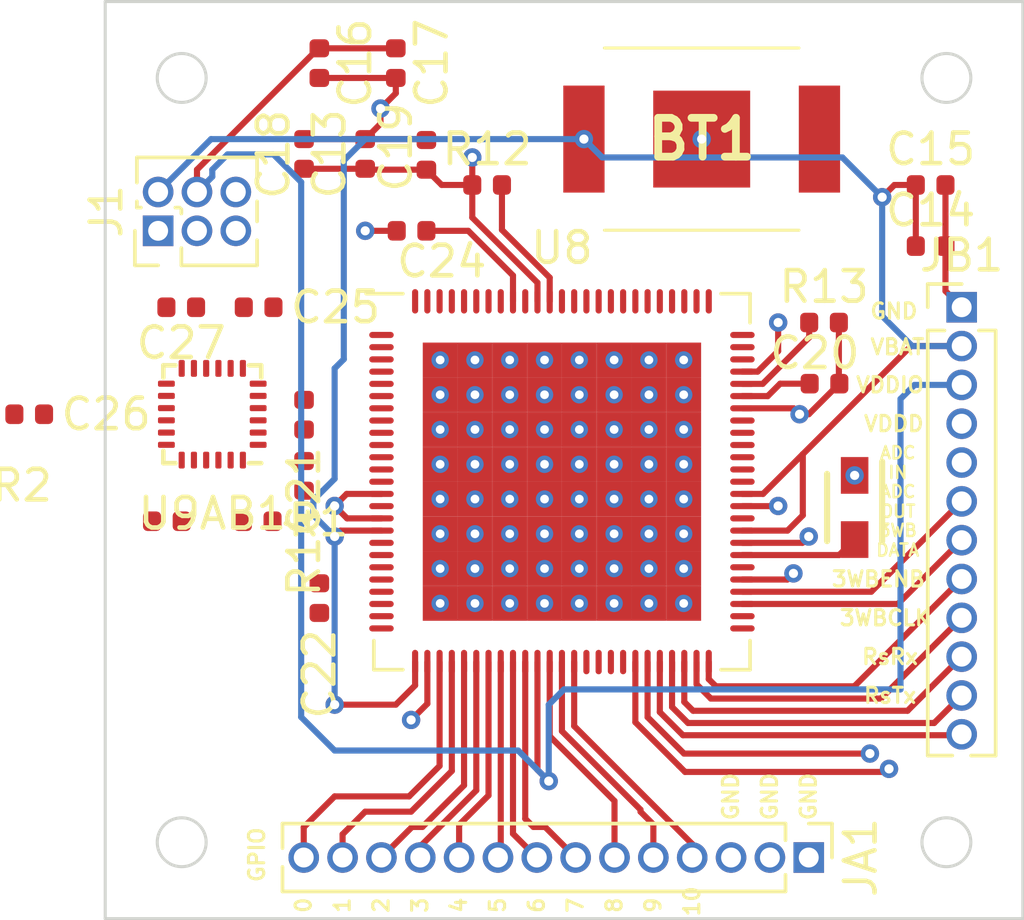
<source format=kicad_pcb>
(kicad_pcb (version 20171130) (host pcbnew "(5.1.6)-1")

  (general
    (thickness 1.6)
    (drawings 38)
    (tracks 211)
    (zones 0)
    (modules 26)
    (nets 40)
  )

  (page A4)
  (layers
    (0 F.Cu mixed)
    (1 In1.Cu power)
    (2 In2.Cu signal)
    (31 B.Cu mixed)
    (32 B.Adhes user)
    (33 F.Adhes user)
    (34 B.Paste user)
    (35 F.Paste user)
    (36 B.SilkS user)
    (37 F.SilkS user hide)
    (38 B.Mask user)
    (39 F.Mask user)
    (40 Dwgs.User user)
    (41 Cmts.User user)
    (42 Eco1.User user)
    (43 Eco2.User user)
    (44 Edge.Cuts user)
    (45 Margin user)
    (46 B.CrtYd user)
    (47 F.CrtYd user)
    (48 B.Fab user)
    (49 F.Fab user hide)
  )

  (setup
    (last_trace_width 0.2)
    (user_trace_width 0.2)
    (user_trace_width 0.4)
    (trace_clearance 0.2)
    (zone_clearance 0.508)
    (zone_45_only no)
    (trace_min 0.2)
    (via_size 0.8)
    (via_drill 0.4)
    (via_min_size 0.4)
    (via_min_drill 0.3)
    (user_via 0.6 0.3)
    (uvia_size 0.3)
    (uvia_drill 0.1)
    (uvias_allowed no)
    (uvia_min_size 0.2)
    (uvia_min_drill 0.1)
    (edge_width 0.1)
    (segment_width 0.2)
    (pcb_text_width 0.3)
    (pcb_text_size 1.5 1.5)
    (mod_edge_width 0.15)
    (mod_text_size 1 1)
    (mod_text_width 0.15)
    (pad_size 1.524 1.524)
    (pad_drill 0.762)
    (pad_to_mask_clearance 0)
    (aux_axis_origin 0 0)
    (visible_elements 7FFFFFFF)
    (pcbplotparams
      (layerselection 0x010fc_ffffffff)
      (usegerberextensions false)
      (usegerberattributes true)
      (usegerberadvancedattributes true)
      (creategerberjobfile true)
      (excludeedgelayer true)
      (linewidth 0.100000)
      (plotframeref false)
      (viasonmask false)
      (mode 1)
      (useauxorigin false)
      (hpglpennumber 1)
      (hpglpenspeed 20)
      (hpglpendiameter 15.000000)
      (psnegative false)
      (psa4output false)
      (plotreference true)
      (plotvalue true)
      (plotinvisibletext false)
      (padsonsilk false)
      (subtractmaskfromsilk false)
      (outputformat 1)
      (mirror false)
      (drillshape 1)
      (scaleselection 1)
      (outputdirectory ""))
  )

  (net 0 "")
  (net 1 GND)
  (net 2 +VBAT)
  (net 3 +VDDD)
  (net 4 +VDDIO)
  (net 5 /scumsheet/AUX_LDO_OUTPUT)
  (net 6 +VDD25)
  (net 7 "Net-(C22-Pad1)")
  (net 8 +VDDAO)
  (net 9 "Net-(C25-Pad1)")
  (net 10 /GPIO7)
  (net 11 /GPIO5)
  (net 12 /GPIO3)
  (net 13 /GPIO1)
  (net 14 /GPIO6)
  (net 15 /GPIO4)
  (net 16 /GPIO2)
  (net 17 /GPIO0)
  (net 18 "Net-(R12-Pad2)")
  (net 19 "Net-(R13-Pad1)")
  (net 20 "Net-(R14-Pad1)")
  (net 21 /3WB_DATA)
  (net 22 /3WB_ENB)
  (net 23 /3WB_CLK)
  (net 24 /RsTx)
  (net 25 /RsRx)
  (net 26 "Net-(LED1-Pad2)")
  (net 27 /SENSOR_LDO_OUTPUT)
  (net 28 /SENSOR_EXT_IN)
  (net 29 /GPIO10)
  (net 30 /GPIO9)
  (net 31 /GPIO8)
  (net 32 /BOOT_SOURCE_SEL)
  (net 33 /IMU)
  (net 34 /GPIO13)
  (net 35 /GPIO14)
  (net 36 /GPIO15)
  (net 37 /GPIO12)
  (net 38 /IMU_VDD)
  (net 39 /IMU_VDDIO)

  (net_class Default "This is the default net class."
    (clearance 0.2)
    (trace_width 0.25)
    (via_dia 0.8)
    (via_drill 0.4)
    (uvia_dia 0.3)
    (uvia_drill 0.1)
    (add_net /BOOT_SOURCE_SEL)
    (add_net /GPIO10)
    (add_net /GPIO12)
    (add_net /GPIO13)
    (add_net /GPIO14)
    (add_net /GPIO15)
    (add_net /GPIO8)
    (add_net /GPIO9)
    (add_net /IMU)
    (add_net /IMU_VDD)
    (add_net /IMU_VDDIO)
    (add_net /SENSOR_EXT_IN)
    (add_net /SENSOR_LDO_OUTPUT)
    (add_net "Net-(U8-Pad1)")
    (add_net "Net-(U8-Pad100)")
    (add_net "Net-(U8-Pad13)")
    (add_net "Net-(U8-Pad15)")
    (add_net "Net-(U8-Pad18)")
    (add_net "Net-(U8-Pad19)")
    (add_net "Net-(U8-Pad2)")
    (add_net "Net-(U8-Pad20)")
    (add_net "Net-(U8-Pad21)")
    (add_net "Net-(U8-Pad23)")
    (add_net "Net-(U8-Pad24)")
    (add_net "Net-(U8-Pad25)")
    (add_net "Net-(U8-Pad3)")
    (add_net "Net-(U8-Pad40)")
    (add_net "Net-(U8-Pad51)")
    (add_net "Net-(U8-Pad52)")
    (add_net "Net-(U8-Pad56)")
    (add_net "Net-(U8-Pad6)")
    (add_net "Net-(U8-Pad60)")
    (add_net "Net-(U8-Pad63)")
    (add_net "Net-(U8-Pad64)")
    (add_net "Net-(U8-Pad65)")
    (add_net "Net-(U8-Pad66)")
    (add_net "Net-(U8-Pad67)")
    (add_net "Net-(U8-Pad68)")
    (add_net "Net-(U8-Pad7)")
    (add_net "Net-(U8-Pad73)")
    (add_net "Net-(U8-Pad74)")
    (add_net "Net-(U8-Pad75)")
    (add_net "Net-(U8-Pad76)")
    (add_net "Net-(U8-Pad77)")
    (add_net "Net-(U8-Pad78)")
    (add_net "Net-(U8-Pad79)")
    (add_net "Net-(U8-Pad8)")
    (add_net "Net-(U8-Pad80)")
    (add_net "Net-(U8-Pad81)")
    (add_net "Net-(U8-Pad82)")
    (add_net "Net-(U8-Pad83)")
    (add_net "Net-(U8-Pad84)")
    (add_net "Net-(U8-Pad85)")
    (add_net "Net-(U8-Pad86)")
    (add_net "Net-(U8-Pad87)")
    (add_net "Net-(U8-Pad88)")
    (add_net "Net-(U8-Pad9)")
    (add_net "Net-(U8-Pad91)")
    (add_net "Net-(U8-Pad93)")
    (add_net "Net-(U8-Pad94)")
    (add_net "Net-(U8-Pad95)")
    (add_net "Net-(U8-Pad96)")
    (add_net "Net-(U8-Pad97)")
    (add_net "Net-(U8-Pad98)")
    (add_net "Net-(U8-Pad99)")
    (add_net "Net-(U9AB1-Pad1)")
    (add_net "Net-(U9AB1-Pad12)")
    (add_net "Net-(U9AB1-Pad14)")
    (add_net "Net-(U9AB1-Pad15)")
    (add_net "Net-(U9AB1-Pad16)")
    (add_net "Net-(U9AB1-Pad17)")
    (add_net "Net-(U9AB1-Pad19)")
    (add_net "Net-(U9AB1-Pad2)")
    (add_net "Net-(U9AB1-Pad21)")
    (add_net "Net-(U9AB1-Pad3)")
    (add_net "Net-(U9AB1-Pad4)")
    (add_net "Net-(U9AB1-Pad5)")
    (add_net "Net-(U9AB1-Pad6)")
    (add_net "Net-(U9AB1-Pad7)")
  )

  (net_class smaller ""
    (clearance 0.2)
    (trace_width 0.2)
    (via_dia 0.6)
    (via_drill 0.3)
    (uvia_dia 0.2)
    (uvia_drill 0.1)
    (add_net +VBAT)
    (add_net +VDD25)
    (add_net +VDDAO)
    (add_net +VDDD)
    (add_net +VDDIO)
    (add_net /3WB_CLK)
    (add_net /3WB_DATA)
    (add_net /3WB_ENB)
    (add_net /GPIO0)
    (add_net /GPIO1)
    (add_net /GPIO2)
    (add_net /GPIO3)
    (add_net /GPIO4)
    (add_net /GPIO5)
    (add_net /GPIO6)
    (add_net /GPIO7)
    (add_net /RsRx)
    (add_net /RsTx)
    (add_net /scumsheet/AUX_LDO_OUTPUT)
    (add_net GND)
    (add_net "Net-(C22-Pad1)")
    (add_net "Net-(C25-Pad1)")
    (add_net "Net-(LED1-Pad2)")
    (add_net "Net-(R12-Pad2)")
    (add_net "Net-(R13-Pad1)")
    (add_net "Net-(R14-Pad1)")
  )

  (module Capacitor_SMD:C_0402_1005Metric (layer F.Cu) (tedit 5B301BBE) (tstamp 5FCD3B2C)
    (at 89.985 87.5 180)
    (descr "Capacitor SMD 0402 (1005 Metric), square (rectangular) end terminal, IPC_7351 nominal, (Body size source: http://www.tortai-tech.com/upload/download/2011102023233369053.pdf), generated with kicad-footprint-generator")
    (tags capacitor)
    (path /5F3A8286)
    (attr smd)
    (fp_text reference C27 (at 0 -1.17 180) (layer F.SilkS)
      (effects (font (size 1 1) (thickness 0.15)))
    )
    (fp_text value 0.1uF (at 0 1.17 180) (layer F.Fab)
      (effects (font (size 1 1) (thickness 0.15)))
    )
    (fp_line (start 0.93 0.47) (end -0.93 0.47) (layer F.CrtYd) (width 0.05))
    (fp_line (start 0.93 -0.47) (end 0.93 0.47) (layer F.CrtYd) (width 0.05))
    (fp_line (start -0.93 -0.47) (end 0.93 -0.47) (layer F.CrtYd) (width 0.05))
    (fp_line (start -0.93 0.47) (end -0.93 -0.47) (layer F.CrtYd) (width 0.05))
    (fp_line (start 0.5 0.25) (end -0.5 0.25) (layer F.Fab) (width 0.1))
    (fp_line (start 0.5 -0.25) (end 0.5 0.25) (layer F.Fab) (width 0.1))
    (fp_line (start -0.5 -0.25) (end 0.5 -0.25) (layer F.Fab) (width 0.1))
    (fp_line (start -0.5 0.25) (end -0.5 -0.25) (layer F.Fab) (width 0.1))
    (fp_text user %R (at 0 0 180) (layer F.Fab)
      (effects (font (size 0.25 0.25) (thickness 0.04)))
    )
    (pad 1 smd roundrect (at -0.485 0 180) (size 0.59 0.64) (layers F.Cu F.Paste F.Mask) (roundrect_rratio 0.25)
      (net 39 /IMU_VDDIO))
    (pad 2 smd roundrect (at 0.485 0 180) (size 0.59 0.64) (layers F.Cu F.Paste F.Mask) (roundrect_rratio 0.25)
      (net 1 GND))
    (model ${KISYS3DMOD}/Capacitor_SMD.3dshapes/C_0402_1005Metric.wrl
      (at (xyz 0 0 0))
      (scale (xyz 1 1 1))
      (rotate (xyz 0 0 0))
    )
  )

  (module Connector_PinHeader_1.27mm:PinHeader_2x03_P1.27mm_Vertical (layer F.Cu) (tedit 59FED6E3) (tstamp 600C3314)
    (at 89.23 85 90)
    (descr "Through hole straight pin header, 2x03, 1.27mm pitch, double rows")
    (tags "Through hole pin header THT 2x03 1.27mm double row")
    (path /6011E367)
    (fp_text reference J1 (at 0.635 -1.695 90) (layer F.SilkS)
      (effects (font (size 1 1) (thickness 0.15)))
    )
    (fp_text value Conn_02x03_Odd_Even (at 0.635 4.235 90) (layer F.Fab)
      (effects (font (size 1 1) (thickness 0.15)))
    )
    (fp_text user %R (at 0.635 1.27) (layer F.Fab)
      (effects (font (size 1 1) (thickness 0.15)))
    )
    (fp_line (start -0.2175 -0.635) (end 2.34 -0.635) (layer F.Fab) (width 0.1))
    (fp_line (start 2.34 -0.635) (end 2.34 3.175) (layer F.Fab) (width 0.1))
    (fp_line (start 2.34 3.175) (end -1.07 3.175) (layer F.Fab) (width 0.1))
    (fp_line (start -1.07 3.175) (end -1.07 0.2175) (layer F.Fab) (width 0.1))
    (fp_line (start -1.07 0.2175) (end -0.2175 -0.635) (layer F.Fab) (width 0.1))
    (fp_line (start -1.13 3.235) (end -0.30753 3.235) (layer F.SilkS) (width 0.12))
    (fp_line (start 1.57753 3.235) (end 2.4 3.235) (layer F.SilkS) (width 0.12))
    (fp_line (start 0.30753 3.235) (end 0.96247 3.235) (layer F.SilkS) (width 0.12))
    (fp_line (start -1.13 0.76) (end -1.13 3.235) (layer F.SilkS) (width 0.12))
    (fp_line (start 2.4 -0.695) (end 2.4 3.235) (layer F.SilkS) (width 0.12))
    (fp_line (start -1.13 0.76) (end -0.563471 0.76) (layer F.SilkS) (width 0.12))
    (fp_line (start 0.563471 0.76) (end 0.706529 0.76) (layer F.SilkS) (width 0.12))
    (fp_line (start 0.76 0.706529) (end 0.76 0.563471) (layer F.SilkS) (width 0.12))
    (fp_line (start 0.76 -0.563471) (end 0.76 -0.695) (layer F.SilkS) (width 0.12))
    (fp_line (start 0.76 -0.695) (end 0.96247 -0.695) (layer F.SilkS) (width 0.12))
    (fp_line (start 1.57753 -0.695) (end 2.4 -0.695) (layer F.SilkS) (width 0.12))
    (fp_line (start -1.13 0) (end -1.13 -0.76) (layer F.SilkS) (width 0.12))
    (fp_line (start -1.13 -0.76) (end 0 -0.76) (layer F.SilkS) (width 0.12))
    (fp_line (start -1.6 -1.15) (end -1.6 3.7) (layer F.CrtYd) (width 0.05))
    (fp_line (start -1.6 3.7) (end 2.85 3.7) (layer F.CrtYd) (width 0.05))
    (fp_line (start 2.85 3.7) (end 2.85 -1.15) (layer F.CrtYd) (width 0.05))
    (fp_line (start 2.85 -1.15) (end -1.6 -1.15) (layer F.CrtYd) (width 0.05))
    (pad 6 thru_hole oval (at 1.27 2.54 90) (size 1 1) (drill 0.65) (layers *.Cu *.Mask)
      (net 1 GND))
    (pad 5 thru_hole oval (at 0 2.54 90) (size 1 1) (drill 0.65) (layers *.Cu *.Mask)
      (net 33 /IMU))
    (pad 4 thru_hole oval (at 1.27 1.27 90) (size 1 1) (drill 0.65) (layers *.Cu *.Mask)
      (net 4 +VDDIO))
    (pad 3 thru_hole oval (at 0 1.27 90) (size 1 1) (drill 0.65) (layers *.Cu *.Mask)
      (net 39 /IMU_VDDIO))
    (pad 2 thru_hole oval (at 1.27 0 90) (size 1 1) (drill 0.65) (layers *.Cu *.Mask)
      (net 2 +VBAT))
    (pad 1 thru_hole rect (at 0 0 90) (size 1 1) (drill 0.65) (layers *.Cu *.Mask)
      (net 38 /IMU_VDD))
    (model ${KISYS3DMOD}/Connector_PinHeader_1.27mm.3dshapes/PinHeader_2x03_P1.27mm_Vertical.wrl
      (at (xyz 0 0 0))
      (scale (xyz 1 1 1))
      (rotate (xyz 0 0 0))
    )
  )

  (module Sensor_Motion:InvenSense_QFN-24_3x3mm_P0.4mm (layer F.Cu) (tedit 5B5A6A65) (tstamp 600C4F76)
    (at 91 91 180)
    (descr "24-Lead Plastic QFN (3mm x 3mm); Pitch 0.4mm; EP 1.7x1.54mm; for InvenSense motion sensors; keepout area marked (Package see: https://store.invensense.com/datasheets/invensense/MPU9250REV1.0.pdf; See also https://www.invensense.com/wp-content/uploads/2015/02/InvenSense-MEMS-Handling.pdf)")
    (tags "QFN 0.4")
    (path /600CB116)
    (attr smd)
    (fp_text reference U9AB1 (at 0 -3.25) (layer F.SilkS)
      (effects (font (size 1 1) (thickness 0.15)))
    )
    (fp_text value ICM-20948 (at 0 3.25) (layer F.Fab)
      (effects (font (size 1 1) (thickness 0.15)))
    )
    (fp_text user Component (at 0 0.55) (layer Cmts.User)
      (effects (font (size 0.2 0.2) (thickness 0.04)))
    )
    (fp_text user "Directly Below" (at 0 0.25) (layer Cmts.User)
      (effects (font (size 0.2 0.2) (thickness 0.04)))
    )
    (fp_text user "No Copper" (at 0 -0.1) (layer Cmts.User)
      (effects (font (size 0.2 0.2) (thickness 0.04)))
    )
    (fp_text user KEEPOUT (at 0 -0.5) (layer Cmts.User)
      (effects (font (size 0.2 0.2) (thickness 0.04)))
    )
    (fp_text user %R (at 0 0) (layer F.Fab)
      (effects (font (size 0.7 0.7) (thickness 0.105)))
    )
    (fp_line (start -0.5 -1.5) (end 1.5 -1.5) (layer F.Fab) (width 0.15))
    (fp_line (start 1.5 -1.5) (end 1.5 1.5) (layer F.Fab) (width 0.15))
    (fp_line (start 1.5 1.5) (end -1.5 1.5) (layer F.Fab) (width 0.15))
    (fp_line (start -1.5 1.5) (end -1.5 -0.5) (layer F.Fab) (width 0.15))
    (fp_line (start -1.5 -0.5) (end -0.5 -1.5) (layer F.Fab) (width 0.15))
    (fp_line (start 2.05 -2.05) (end 2.05 2.05) (layer F.CrtYd) (width 0.05))
    (fp_line (start 2.05 2.05) (end -2.05 2.05) (layer F.CrtYd) (width 0.05))
    (fp_line (start -2.05 2.05) (end -2.05 -2.05) (layer F.CrtYd) (width 0.05))
    (fp_line (start -2.05 -2.05) (end 2.05 -2.05) (layer F.CrtYd) (width 0.05))
    (fp_line (start -1.6 1.6) (end -1.6 1.2) (layer F.SilkS) (width 0.15))
    (fp_line (start -1.6 1.6) (end -1.2 1.6) (layer F.SilkS) (width 0.15))
    (fp_line (start 1.6 1.6) (end 1.6 1.2) (layer F.SilkS) (width 0.15))
    (fp_line (start 1.6 1.6) (end 1.2 1.6) (layer F.SilkS) (width 0.15))
    (fp_line (start 1.6 -1.6) (end 1.6 -1.2) (layer F.SilkS) (width 0.15))
    (fp_line (start 1.6 -1.6) (end 1.2 -1.6) (layer F.SilkS) (width 0.15))
    (fp_line (start -1.6 -1.6) (end -1.2 -1.6) (layer F.SilkS) (width 0.15))
    (fp_line (start -0.875 -0.795) (end 0.875 -0.795) (layer Dwgs.User) (width 0.05))
    (fp_line (start -0.875 -0.795) (end -0.875 0.795) (layer Dwgs.User) (width 0.05))
    (fp_line (start -0.875 0.795) (end 0.875 0.795) (layer Dwgs.User) (width 0.05))
    (fp_line (start 0.875 -0.795) (end 0.875 0.795) (layer Dwgs.User) (width 0.05))
    (fp_line (start 0.875 0.295) (end 0.375 0.795) (layer Dwgs.User) (width 0.05))
    (fp_line (start 0.875 -0.205) (end -0.125 0.795) (layer Dwgs.User) (width 0.05))
    (fp_line (start 0.875 -0.705) (end -0.625 0.795) (layer Dwgs.User) (width 0.05))
    (fp_line (start 0.465 -0.795) (end -0.875 0.545) (layer Dwgs.User) (width 0.05))
    (fp_line (start -0.035 -0.795) (end -0.875 0.045) (layer Dwgs.User) (width 0.05))
    (fp_line (start -0.535 -0.795) (end -0.875 -0.455) (layer Dwgs.User) (width 0.05))
    (pad 24 smd roundrect (at -1 -1.5 270) (size 0.55 0.2) (layers F.Cu F.Paste F.Mask) (roundrect_rratio 0.25)
      (net 34 /GPIO13))
    (pad 23 smd roundrect (at -0.6 -1.5 270) (size 0.55 0.2) (layers F.Cu F.Paste F.Mask) (roundrect_rratio 0.25)
      (net 35 /GPIO14))
    (pad 22 smd roundrect (at -0.2 -1.5 270) (size 0.55 0.2) (layers F.Cu F.Paste F.Mask) (roundrect_rratio 0.25)
      (net 36 /GPIO15))
    (pad 21 smd roundrect (at 0.2 -1.5 270) (size 0.55 0.2) (layers F.Cu F.Paste F.Mask) (roundrect_rratio 0.25))
    (pad 20 smd roundrect (at 0.6 -1.5 270) (size 0.55 0.2) (layers F.Cu F.Paste F.Mask) (roundrect_rratio 0.25)
      (net 1 GND))
    (pad 19 smd roundrect (at 1 -1.5 270) (size 0.55 0.2) (layers F.Cu F.Paste F.Mask) (roundrect_rratio 0.25))
    (pad 18 smd roundrect (at 1.5 -1 180) (size 0.55 0.2) (layers F.Cu F.Paste F.Mask) (roundrect_rratio 0.25)
      (net 1 GND))
    (pad 17 smd roundrect (at 1.5 -0.6 180) (size 0.55 0.2) (layers F.Cu F.Paste F.Mask) (roundrect_rratio 0.25))
    (pad 16 smd roundrect (at 1.5 -0.2 180) (size 0.55 0.2) (layers F.Cu F.Paste F.Mask) (roundrect_rratio 0.25))
    (pad 15 smd roundrect (at 1.5 0.2 180) (size 0.55 0.2) (layers F.Cu F.Paste F.Mask) (roundrect_rratio 0.25))
    (pad 14 smd roundrect (at 1.5 0.6 180) (size 0.55 0.2) (layers F.Cu F.Paste F.Mask) (roundrect_rratio 0.25))
    (pad 13 smd roundrect (at 1.5 1 180) (size 0.55 0.2) (layers F.Cu F.Paste F.Mask) (roundrect_rratio 0.25)
      (net 38 /IMU_VDD))
    (pad 12 smd roundrect (at 1 1.5 270) (size 0.55 0.2) (layers F.Cu F.Paste F.Mask) (roundrect_rratio 0.25))
    (pad 11 smd roundrect (at 0.6 1.5 270) (size 0.55 0.2) (layers F.Cu F.Paste F.Mask) (roundrect_rratio 0.25)
      (net 1 GND))
    (pad 10 smd roundrect (at 0.2 1.5 270) (size 0.55 0.2) (layers F.Cu F.Paste F.Mask) (roundrect_rratio 0.25)
      (net 9 "Net-(C25-Pad1)"))
    (pad 9 smd roundrect (at -0.2 1.5 270) (size 0.55 0.2) (layers F.Cu F.Paste F.Mask) (roundrect_rratio 0.25)
      (net 37 /GPIO12))
    (pad 8 smd roundrect (at -0.6 1.5 270) (size 0.55 0.2) (layers F.Cu F.Paste F.Mask) (roundrect_rratio 0.25)
      (net 39 /IMU_VDDIO))
    (pad 7 smd roundrect (at -1 1.5 270) (size 0.55 0.2) (layers F.Cu F.Paste F.Mask) (roundrect_rratio 0.25))
    (pad 6 smd roundrect (at -1.5 1 180) (size 0.55 0.2) (layers F.Cu F.Paste F.Mask) (roundrect_rratio 0.25))
    (pad 5 smd roundrect (at -1.5 0.6 180) (size 0.55 0.2) (layers F.Cu F.Paste F.Mask) (roundrect_rratio 0.25))
    (pad 4 smd roundrect (at -1.5 0.2 180) (size 0.55 0.2) (layers F.Cu F.Paste F.Mask) (roundrect_rratio 0.25))
    (pad 3 smd roundrect (at -1.5 -0.2 180) (size 0.55 0.2) (layers F.Cu F.Paste F.Mask) (roundrect_rratio 0.25))
    (pad 2 smd roundrect (at -1.5 -0.6 180) (size 0.55 0.2) (layers F.Cu F.Paste F.Mask) (roundrect_rratio 0.25))
    (pad 1 smd roundrect (at -1.5 -1 180) (size 0.55 0.2) (layers F.Cu F.Paste F.Mask) (roundrect_rratio 0.25))
    (model ${KISYS3DMOD}/Package_DFN_QFN.3dshapes/QFN-24_3x3mm_P0.4mm_EP1.7x1.54mm.wrl
      (at (xyz 0 0 0))
      (scale (xyz 1 1 1))
      (rotate (xyz 0 0 0))
    )
  )

  (module Resistor_SMD:R_0402_1005Metric (layer F.Cu) (tedit 5B301BBD) (tstamp 600C509D)
    (at 89.515 94.5)
    (descr "Resistor SMD 0402 (1005 Metric), square (rectangular) end terminal, IPC_7351 nominal, (Body size source: http://www.tortai-tech.com/upload/download/2011102023233369053.pdf), generated with kicad-footprint-generator")
    (tags resistor)
    (path /600E2A23)
    (attr smd)
    (fp_text reference R2 (at -4.74 -1.17) (layer F.SilkS)
      (effects (font (size 1 1) (thickness 0.15)))
    )
    (fp_text value 10k (at 0 1.17) (layer F.Fab)
      (effects (font (size 1 1) (thickness 0.15)))
    )
    (fp_text user %R (at 0 0) (layer F.Fab)
      (effects (font (size 0.25 0.25) (thickness 0.04)))
    )
    (fp_line (start -0.5 0.25) (end -0.5 -0.25) (layer F.Fab) (width 0.1))
    (fp_line (start -0.5 -0.25) (end 0.5 -0.25) (layer F.Fab) (width 0.1))
    (fp_line (start 0.5 -0.25) (end 0.5 0.25) (layer F.Fab) (width 0.1))
    (fp_line (start 0.5 0.25) (end -0.5 0.25) (layer F.Fab) (width 0.1))
    (fp_line (start -0.93 0.47) (end -0.93 -0.47) (layer F.CrtYd) (width 0.05))
    (fp_line (start -0.93 -0.47) (end 0.93 -0.47) (layer F.CrtYd) (width 0.05))
    (fp_line (start 0.93 -0.47) (end 0.93 0.47) (layer F.CrtYd) (width 0.05))
    (fp_line (start 0.93 0.47) (end -0.93 0.47) (layer F.CrtYd) (width 0.05))
    (pad 2 smd roundrect (at 0.485 0) (size 0.59 0.64) (layers F.Cu F.Paste F.Mask) (roundrect_rratio 0.25)
      (net 35 /GPIO14))
    (pad 1 smd roundrect (at -0.485 0) (size 0.59 0.64) (layers F.Cu F.Paste F.Mask) (roundrect_rratio 0.25)
      (net 33 /IMU))
    (model ${KISYS3DMOD}/Resistor_SMD.3dshapes/R_0402_1005Metric.wrl
      (at (xyz 0 0 0))
      (scale (xyz 1 1 1))
      (rotate (xyz 0 0 0))
    )
  )

  (module Resistor_SMD:R_0402_1005Metric (layer F.Cu) (tedit 5B301BBD) (tstamp 600C50C7)
    (at 92.485 94.5 180)
    (descr "Resistor SMD 0402 (1005 Metric), square (rectangular) end terminal, IPC_7351 nominal, (Body size source: http://www.tortai-tech.com/upload/download/2011102023233369053.pdf), generated with kicad-footprint-generator")
    (tags resistor)
    (path /600DF005)
    (attr smd)
    (fp_text reference R1 (at -1.985 0.03) (layer F.SilkS)
      (effects (font (size 1 1) (thickness 0.15)))
    )
    (fp_text value 10k (at 0 1.17) (layer F.Fab)
      (effects (font (size 1 1) (thickness 0.15)))
    )
    (fp_text user %R (at 0 0) (layer F.Fab)
      (effects (font (size 0.25 0.25) (thickness 0.04)))
    )
    (fp_line (start -0.5 0.25) (end -0.5 -0.25) (layer F.Fab) (width 0.1))
    (fp_line (start -0.5 -0.25) (end 0.5 -0.25) (layer F.Fab) (width 0.1))
    (fp_line (start 0.5 -0.25) (end 0.5 0.25) (layer F.Fab) (width 0.1))
    (fp_line (start 0.5 0.25) (end -0.5 0.25) (layer F.Fab) (width 0.1))
    (fp_line (start -0.93 0.47) (end -0.93 -0.47) (layer F.CrtYd) (width 0.05))
    (fp_line (start -0.93 -0.47) (end 0.93 -0.47) (layer F.CrtYd) (width 0.05))
    (fp_line (start 0.93 -0.47) (end 0.93 0.47) (layer F.CrtYd) (width 0.05))
    (fp_line (start 0.93 0.47) (end -0.93 0.47) (layer F.CrtYd) (width 0.05))
    (pad 2 smd roundrect (at 0.485 0 180) (size 0.59 0.64) (layers F.Cu F.Paste F.Mask) (roundrect_rratio 0.25)
      (net 33 /IMU))
    (pad 1 smd roundrect (at -0.485 0 180) (size 0.59 0.64) (layers F.Cu F.Paste F.Mask) (roundrect_rratio 0.25)
      (net 34 /GPIO13))
    (model ${KISYS3DMOD}/Resistor_SMD.3dshapes/R_0402_1005Metric.wrl
      (at (xyz 0 0 0))
      (scale (xyz 1 1 1))
      (rotate (xyz 0 0 0))
    )
  )

  (module Connector_PinHeader_1.27mm:PinHeader_1x12_P1.27mm_Vertical (layer F.Cu) (tedit 59FED6E3) (tstamp 60021CB9)
    (at 115.5 87.5)
    (descr "Through hole straight pin header, 1x12, 1.27mm pitch, single row")
    (tags "Through hole pin header THT 1x12 1.27mm single row")
    (path /600261AF)
    (fp_text reference JB1 (at 0 -1.695) (layer F.SilkS)
      (effects (font (size 1 1) (thickness 0.15)))
    )
    (fp_text value Conn_01x12 (at 0 15.665) (layer F.Fab)
      (effects (font (size 1 1) (thickness 0.15)))
    )
    (fp_line (start 1.55 -1.15) (end -1.55 -1.15) (layer F.CrtYd) (width 0.05))
    (fp_line (start 1.55 15.15) (end 1.55 -1.15) (layer F.CrtYd) (width 0.05))
    (fp_line (start -1.55 15.15) (end 1.55 15.15) (layer F.CrtYd) (width 0.05))
    (fp_line (start -1.55 -1.15) (end -1.55 15.15) (layer F.CrtYd) (width 0.05))
    (fp_line (start -1.11 -0.76) (end 0 -0.76) (layer F.SilkS) (width 0.12))
    (fp_line (start -1.11 0) (end -1.11 -0.76) (layer F.SilkS) (width 0.12))
    (fp_line (start 0.563471 0.76) (end 1.11 0.76) (layer F.SilkS) (width 0.12))
    (fp_line (start -1.11 0.76) (end -0.563471 0.76) (layer F.SilkS) (width 0.12))
    (fp_line (start 1.11 0.76) (end 1.11 14.665) (layer F.SilkS) (width 0.12))
    (fp_line (start -1.11 0.76) (end -1.11 14.665) (layer F.SilkS) (width 0.12))
    (fp_line (start 0.30753 14.665) (end 1.11 14.665) (layer F.SilkS) (width 0.12))
    (fp_line (start -1.11 14.665) (end -0.30753 14.665) (layer F.SilkS) (width 0.12))
    (fp_line (start -1.05 -0.11) (end -0.525 -0.635) (layer F.Fab) (width 0.1))
    (fp_line (start -1.05 14.605) (end -1.05 -0.11) (layer F.Fab) (width 0.1))
    (fp_line (start 1.05 14.605) (end -1.05 14.605) (layer F.Fab) (width 0.1))
    (fp_line (start 1.05 -0.635) (end 1.05 14.605) (layer F.Fab) (width 0.1))
    (fp_line (start -0.525 -0.635) (end 1.05 -0.635) (layer F.Fab) (width 0.1))
    (fp_text user %R (at 0 6.985 90) (layer F.Fab)
      (effects (font (size 1 1) (thickness 0.15)))
    )
    (pad 12 thru_hole oval (at 0 13.97) (size 1 1) (drill 0.65) (layers *.Cu *.Mask)
      (net 24 /RsTx))
    (pad 11 thru_hole oval (at 0 12.7) (size 1 1) (drill 0.65) (layers *.Cu *.Mask)
      (net 25 /RsRx))
    (pad 10 thru_hole oval (at 0 11.43) (size 1 1) (drill 0.65) (layers *.Cu *.Mask)
      (net 23 /3WB_CLK))
    (pad 9 thru_hole oval (at 0 10.16) (size 1 1) (drill 0.65) (layers *.Cu *.Mask)
      (net 22 /3WB_ENB))
    (pad 8 thru_hole oval (at 0 8.89) (size 1 1) (drill 0.65) (layers *.Cu *.Mask)
      (net 21 /3WB_DATA))
    (pad 7 thru_hole oval (at 0 7.62) (size 1 1) (drill 0.65) (layers *.Cu *.Mask)
      (net 27 /SENSOR_LDO_OUTPUT))
    (pad 6 thru_hole oval (at 0 6.35) (size 1 1) (drill 0.65) (layers *.Cu *.Mask)
      (net 28 /SENSOR_EXT_IN))
    (pad 5 thru_hole oval (at 0 5.08) (size 1 1) (drill 0.65) (layers *.Cu *.Mask)
      (net 32 /BOOT_SOURCE_SEL))
    (pad 4 thru_hole oval (at 0 3.81) (size 1 1) (drill 0.65) (layers *.Cu *.Mask)
      (net 3 +VDDD))
    (pad 3 thru_hole oval (at 0 2.54) (size 1 1) (drill 0.65) (layers *.Cu *.Mask)
      (net 4 +VDDIO))
    (pad 2 thru_hole oval (at 0 1.27) (size 1 1) (drill 0.65) (layers *.Cu *.Mask)
      (net 2 +VBAT))
    (pad 1 thru_hole rect (at 0 0) (size 1 1) (drill 0.65) (layers *.Cu *.Mask)
      (net 1 GND))
    (model ${KISYS3DMOD}/Connector_PinHeader_1.27mm.3dshapes/PinHeader_1x12_P1.27mm_Vertical.wrl
      (at (xyz 0 0 0))
      (scale (xyz 1 1 1))
      (rotate (xyz 0 0 0))
    )
  )

  (module Connector_PinHeader_1.27mm:PinHeader_1x14_P1.27mm_Vertical (layer F.Cu) (tedit 59FED6E3) (tstamp 5FCB8C98)
    (at 110.5 105.5 270)
    (descr "Through hole straight pin header, 1x14, 1.27mm pitch, single row")
    (tags "Through hole pin header THT 1x14 1.27mm single row")
    (path /5FCBF099)
    (fp_text reference JA1 (at 0 -1.695 90) (layer F.SilkS)
      (effects (font (size 1 1) (thickness 0.15)))
    )
    (fp_text value Conn_01x14 (at 0 18.205 90) (layer F.Fab)
      (effects (font (size 1 1) (thickness 0.15)))
    )
    (fp_line (start -0.525 -0.635) (end 1.05 -0.635) (layer F.Fab) (width 0.1))
    (fp_line (start 1.05 -0.635) (end 1.05 17.145) (layer F.Fab) (width 0.1))
    (fp_line (start 1.05 17.145) (end -1.05 17.145) (layer F.Fab) (width 0.1))
    (fp_line (start -1.05 17.145) (end -1.05 -0.11) (layer F.Fab) (width 0.1))
    (fp_line (start -1.05 -0.11) (end -0.525 -0.635) (layer F.Fab) (width 0.1))
    (fp_line (start -1.11 17.205) (end -0.30753 17.205) (layer F.SilkS) (width 0.12))
    (fp_line (start 0.30753 17.205) (end 1.11 17.205) (layer F.SilkS) (width 0.12))
    (fp_line (start -1.11 0.76) (end -1.11 17.205) (layer F.SilkS) (width 0.12))
    (fp_line (start 1.11 0.76) (end 1.11 17.205) (layer F.SilkS) (width 0.12))
    (fp_line (start -1.11 0.76) (end -0.563471 0.76) (layer F.SilkS) (width 0.12))
    (fp_line (start 0.563471 0.76) (end 1.11 0.76) (layer F.SilkS) (width 0.12))
    (fp_line (start -1.11 0) (end -1.11 -0.76) (layer F.SilkS) (width 0.12))
    (fp_line (start -1.11 -0.76) (end 0 -0.76) (layer F.SilkS) (width 0.12))
    (fp_line (start -1.55 -1.15) (end -1.55 17.65) (layer F.CrtYd) (width 0.05))
    (fp_line (start -1.55 17.65) (end 1.55 17.65) (layer F.CrtYd) (width 0.05))
    (fp_line (start 1.55 17.65) (end 1.55 -1.15) (layer F.CrtYd) (width 0.05))
    (fp_line (start 1.55 -1.15) (end -1.55 -1.15) (layer F.CrtYd) (width 0.05))
    (fp_text user %R (at 0 8.255) (layer F.Fab)
      (effects (font (size 1 1) (thickness 0.15)))
    )
    (pad 14 thru_hole oval (at 0 16.51 270) (size 1 1) (drill 0.65) (layers *.Cu *.Mask)
      (net 17 /GPIO0))
    (pad 13 thru_hole oval (at 0 15.24 270) (size 1 1) (drill 0.65) (layers *.Cu *.Mask)
      (net 13 /GPIO1))
    (pad 12 thru_hole oval (at 0 13.97 270) (size 1 1) (drill 0.65) (layers *.Cu *.Mask)
      (net 16 /GPIO2))
    (pad 11 thru_hole oval (at 0 12.7 270) (size 1 1) (drill 0.65) (layers *.Cu *.Mask)
      (net 12 /GPIO3))
    (pad 10 thru_hole oval (at 0 11.43 270) (size 1 1) (drill 0.65) (layers *.Cu *.Mask)
      (net 15 /GPIO4))
    (pad 9 thru_hole oval (at 0 10.16 270) (size 1 1) (drill 0.65) (layers *.Cu *.Mask)
      (net 11 /GPIO5))
    (pad 8 thru_hole oval (at 0 8.89 270) (size 1 1) (drill 0.65) (layers *.Cu *.Mask)
      (net 14 /GPIO6))
    (pad 7 thru_hole oval (at 0 7.62 270) (size 1 1) (drill 0.65) (layers *.Cu *.Mask)
      (net 10 /GPIO7))
    (pad 6 thru_hole oval (at 0 6.35 270) (size 1 1) (drill 0.65) (layers *.Cu *.Mask)
      (net 31 /GPIO8))
    (pad 5 thru_hole oval (at 0 5.08 270) (size 1 1) (drill 0.65) (layers *.Cu *.Mask)
      (net 30 /GPIO9))
    (pad 4 thru_hole oval (at 0 3.81 270) (size 1 1) (drill 0.65) (layers *.Cu *.Mask)
      (net 29 /GPIO10))
    (pad 3 thru_hole oval (at 0 2.54 270) (size 1 1) (drill 0.65) (layers *.Cu *.Mask)
      (net 1 GND))
    (pad 2 thru_hole oval (at 0 1.27 270) (size 1 1) (drill 0.65) (layers *.Cu *.Mask)
      (net 1 GND))
    (pad 1 thru_hole rect (at 0 0 270) (size 1 1) (drill 0.65) (layers *.Cu *.Mask)
      (net 1 GND))
    (model ${KISYS3DMOD}/Connector_PinHeader_1.27mm.3dshapes/PinHeader_1x14_P1.27mm_Vertical.wrl
      (at (xyz 0 0 0))
      (scale (xyz 1 1 1))
      (rotate (xyz 0 0 0))
    )
  )

  (module Resistor_SMD:R_0402_1005Metric (layer F.Cu) (tedit 5B301BBD) (tstamp 5FCCEB0B)
    (at 111 88)
    (descr "Resistor SMD 0402 (1005 Metric), square (rectangular) end terminal, IPC_7351 nominal, (Body size source: http://www.tortai-tech.com/upload/download/2011102023233369053.pdf), generated with kicad-footprint-generator")
    (tags resistor)
    (path /5F3B1D81/5F4188E4)
    (attr smd)
    (fp_text reference R13 (at 0 -1.17) (layer F.SilkS)
      (effects (font (size 1 1) (thickness 0.15)))
    )
    (fp_text value NP (at 0 1.17) (layer F.Fab)
      (effects (font (size 1 1) (thickness 0.15)))
    )
    (fp_line (start -0.5 0.25) (end -0.5 -0.25) (layer F.Fab) (width 0.1))
    (fp_line (start -0.5 -0.25) (end 0.5 -0.25) (layer F.Fab) (width 0.1))
    (fp_line (start 0.5 -0.25) (end 0.5 0.25) (layer F.Fab) (width 0.1))
    (fp_line (start 0.5 0.25) (end -0.5 0.25) (layer F.Fab) (width 0.1))
    (fp_line (start -0.93 0.47) (end -0.93 -0.47) (layer F.CrtYd) (width 0.05))
    (fp_line (start -0.93 -0.47) (end 0.93 -0.47) (layer F.CrtYd) (width 0.05))
    (fp_line (start 0.93 -0.47) (end 0.93 0.47) (layer F.CrtYd) (width 0.05))
    (fp_line (start 0.93 0.47) (end -0.93 0.47) (layer F.CrtYd) (width 0.05))
    (fp_text user %R (at 0 0) (layer F.Fab)
      (effects (font (size 0.25 0.25) (thickness 0.04)))
    )
    (pad 2 smd roundrect (at 0.485 0) (size 0.59 0.64) (layers F.Cu F.Paste F.Mask) (roundrect_rratio 0.25)
      (net 1 GND))
    (pad 1 smd roundrect (at -0.485 0) (size 0.59 0.64) (layers F.Cu F.Paste F.Mask) (roundrect_rratio 0.25)
      (net 19 "Net-(R13-Pad1)"))
    (model ${KISYS3DMOD}/Resistor_SMD.3dshapes/R_0402_1005Metric.wrl
      (at (xyz 0 0 0))
      (scale (xyz 1 1 1))
      (rotate (xyz 0 0 0))
    )
  )

  (module Capacitor_SMD:C_0402_1005Metric (layer F.Cu) (tedit 5B301BBE) (tstamp 5FCD1CA7)
    (at 97.515 85 180)
    (descr "Capacitor SMD 0402 (1005 Metric), square (rectangular) end terminal, IPC_7351 nominal, (Body size source: http://www.tortai-tech.com/upload/download/2011102023233369053.pdf), generated with kicad-footprint-generator")
    (tags capacitor)
    (path /5F3B1D81/5F3FB2CB)
    (attr smd)
    (fp_text reference C24 (at -0.985 -1) (layer F.SilkS)
      (effects (font (size 1 1) (thickness 0.15)))
    )
    (fp_text value NP (at 0 1.17) (layer F.Fab)
      (effects (font (size 1 1) (thickness 0.15)))
    )
    (fp_line (start 0.93 0.47) (end -0.93 0.47) (layer F.CrtYd) (width 0.05))
    (fp_line (start 0.93 -0.47) (end 0.93 0.47) (layer F.CrtYd) (width 0.05))
    (fp_line (start -0.93 -0.47) (end 0.93 -0.47) (layer F.CrtYd) (width 0.05))
    (fp_line (start -0.93 0.47) (end -0.93 -0.47) (layer F.CrtYd) (width 0.05))
    (fp_line (start 0.5 0.25) (end -0.5 0.25) (layer F.Fab) (width 0.1))
    (fp_line (start 0.5 -0.25) (end 0.5 0.25) (layer F.Fab) (width 0.1))
    (fp_line (start -0.5 -0.25) (end 0.5 -0.25) (layer F.Fab) (width 0.1))
    (fp_line (start -0.5 0.25) (end -0.5 -0.25) (layer F.Fab) (width 0.1))
    (fp_text user %R (at 0 0) (layer F.Fab)
      (effects (font (size 0.25 0.25) (thickness 0.04)))
    )
    (pad 1 smd roundrect (at -0.485 0 180) (size 0.59 0.64) (layers F.Cu F.Paste F.Mask) (roundrect_rratio 0.25)
      (net 8 +VDDAO))
    (pad 2 smd roundrect (at 0.485 0 180) (size 0.59 0.64) (layers F.Cu F.Paste F.Mask) (roundrect_rratio 0.25)
      (net 1 GND))
    (model ${KISYS3DMOD}/Capacitor_SMD.3dshapes/C_0402_1005Metric.wrl
      (at (xyz 0 0 0))
      (scale (xyz 1 1 1))
      (rotate (xyz 0 0 0))
    )
  )

  (module SCUM:QFN-100_EP_12x12_Pitch0.4mm_Margin0.25mm (layer F.Cu) (tedit 0) (tstamp 5FCB94ED)
    (at 102.43125 93.20625)
    (path /5F3B1D81/5F3B2246)
    (attr smd)
    (fp_text reference U8 (at 0 -7.65) (layer F.SilkS)
      (effects (font (size 1 1) (thickness 0.15)))
    )
    (fp_text value scum3 (at 0 7.65) (layer F.Fab)
      (effects (font (size 1 1) (thickness 0.15)))
    )
    (fp_line (start -5 -6) (end -6 -5) (layer F.Fab) (width 0.15))
    (fp_line (start -6 -5) (end -6 6) (layer F.Fab) (width 0.15))
    (fp_line (start -6 6) (end 6 6) (layer F.Fab) (width 0.15))
    (fp_line (start 6 6) (end 6 -6) (layer F.Fab) (width 0.15))
    (fp_line (start 6 -6) (end -5 -6) (layer F.Fab) (width 0.15))
    (fp_line (start 5.2 -6.15) (end 6.15 -6.15) (layer F.SilkS) (width 0.12))
    (fp_line (start 6.15 -6.15) (end 6.15 -5.2) (layer F.SilkS) (width 0.12))
    (fp_line (start 5.2 6.15) (end 6.15 6.15) (layer F.SilkS) (width 0.12))
    (fp_line (start 6.15 6.15) (end 6.15 5.2) (layer F.SilkS) (width 0.12))
    (fp_line (start -5.2 6.15) (end -6.15 6.15) (layer F.SilkS) (width 0.12))
    (fp_line (start -6.15 6.15) (end -6.15 5.2) (layer F.SilkS) (width 0.12))
    (fp_line (start -5.2 -6.15) (end -6.4 -6.15) (layer F.SilkS) (width 0.12))
    (fp_line (start -6.65 -6.65) (end 6.65 -6.65) (layer F.CrtYd) (width 0.05))
    (fp_line (start 6.65 -6.65) (end 6.65 6.65) (layer F.CrtYd) (width 0.05))
    (fp_line (start 6.65 6.65) (end -6.65 6.65) (layer F.CrtYd) (width 0.05))
    (fp_line (start -6.65 6.65) (end -6.65 -6.65) (layer F.CrtYd) (width 0.05))
    (pad 101 thru_hole circle (at 3.98125 3.98125) (size 0.56875 0.56875) (drill 0.284375) (layers *.Cu *.Mask)
      (net 1 GND))
    (pad 101 thru_hole circle (at 3.98125 2.84375) (size 0.56875 0.56875) (drill 0.284375) (layers *.Cu *.Mask)
      (net 1 GND))
    (pad 101 thru_hole circle (at 3.98125 1.70625) (size 0.56875 0.56875) (drill 0.284375) (layers *.Cu *.Mask)
      (net 1 GND))
    (pad 101 thru_hole circle (at 3.98125 0.56875) (size 0.56875 0.56875) (drill 0.284375) (layers *.Cu *.Mask)
      (net 1 GND))
    (pad 101 thru_hole circle (at 3.98125 -0.56875) (size 0.56875 0.56875) (drill 0.284375) (layers *.Cu *.Mask)
      (net 1 GND))
    (pad 101 thru_hole circle (at 3.98125 -1.70625) (size 0.56875 0.56875) (drill 0.284375) (layers *.Cu *.Mask)
      (net 1 GND))
    (pad 101 thru_hole circle (at 3.98125 -2.84375) (size 0.56875 0.56875) (drill 0.284375) (layers *.Cu *.Mask)
      (net 1 GND))
    (pad 101 thru_hole circle (at 3.98125 -3.98125) (size 0.56875 0.56875) (drill 0.284375) (layers *.Cu *.Mask)
      (net 1 GND))
    (pad 101 thru_hole circle (at 2.84375 3.98125) (size 0.56875 0.56875) (drill 0.284375) (layers *.Cu *.Mask)
      (net 1 GND))
    (pad 101 thru_hole circle (at 2.84375 2.84375) (size 0.56875 0.56875) (drill 0.284375) (layers *.Cu *.Mask)
      (net 1 GND))
    (pad 101 thru_hole circle (at 2.84375 1.70625) (size 0.56875 0.56875) (drill 0.284375) (layers *.Cu *.Mask)
      (net 1 GND))
    (pad 101 thru_hole circle (at 2.84375 0.56875) (size 0.56875 0.56875) (drill 0.284375) (layers *.Cu *.Mask)
      (net 1 GND))
    (pad 101 thru_hole circle (at 2.84375 -0.56875) (size 0.56875 0.56875) (drill 0.284375) (layers *.Cu *.Mask)
      (net 1 GND))
    (pad 101 thru_hole circle (at 2.84375 -1.70625) (size 0.56875 0.56875) (drill 0.284375) (layers *.Cu *.Mask)
      (net 1 GND))
    (pad 101 thru_hole circle (at 2.84375 -2.84375) (size 0.56875 0.56875) (drill 0.284375) (layers *.Cu *.Mask)
      (net 1 GND))
    (pad 101 thru_hole circle (at 2.84375 -3.98125) (size 0.56875 0.56875) (drill 0.284375) (layers *.Cu *.Mask)
      (net 1 GND))
    (pad 101 thru_hole circle (at 1.70625 3.98125) (size 0.56875 0.56875) (drill 0.284375) (layers *.Cu *.Mask)
      (net 1 GND))
    (pad 101 thru_hole circle (at 1.70625 2.84375) (size 0.56875 0.56875) (drill 0.284375) (layers *.Cu *.Mask)
      (net 1 GND))
    (pad 101 thru_hole circle (at 1.70625 1.70625) (size 0.56875 0.56875) (drill 0.284375) (layers *.Cu *.Mask)
      (net 1 GND))
    (pad 101 thru_hole circle (at 1.70625 0.56875) (size 0.56875 0.56875) (drill 0.284375) (layers *.Cu *.Mask)
      (net 1 GND))
    (pad 101 thru_hole circle (at 1.70625 -0.56875) (size 0.56875 0.56875) (drill 0.284375) (layers *.Cu *.Mask)
      (net 1 GND))
    (pad 101 thru_hole circle (at 1.70625 -1.70625) (size 0.56875 0.56875) (drill 0.284375) (layers *.Cu *.Mask)
      (net 1 GND))
    (pad 101 thru_hole circle (at 1.70625 -2.84375) (size 0.56875 0.56875) (drill 0.284375) (layers *.Cu *.Mask)
      (net 1 GND))
    (pad 101 thru_hole circle (at 1.70625 -3.98125) (size 0.56875 0.56875) (drill 0.284375) (layers *.Cu *.Mask)
      (net 1 GND))
    (pad 101 thru_hole circle (at 0.56875 3.98125) (size 0.56875 0.56875) (drill 0.284375) (layers *.Cu *.Mask)
      (net 1 GND))
    (pad 101 thru_hole circle (at 0.56875 2.84375) (size 0.56875 0.56875) (drill 0.284375) (layers *.Cu *.Mask)
      (net 1 GND))
    (pad 101 thru_hole circle (at 0.56875 1.70625) (size 0.56875 0.56875) (drill 0.284375) (layers *.Cu *.Mask)
      (net 1 GND))
    (pad 101 thru_hole circle (at 0.56875 0.56875) (size 0.56875 0.56875) (drill 0.284375) (layers *.Cu *.Mask)
      (net 1 GND))
    (pad 101 thru_hole circle (at 0.56875 -0.56875) (size 0.56875 0.56875) (drill 0.284375) (layers *.Cu *.Mask)
      (net 1 GND))
    (pad 101 thru_hole circle (at 0.56875 -1.70625) (size 0.56875 0.56875) (drill 0.284375) (layers *.Cu *.Mask)
      (net 1 GND))
    (pad 101 thru_hole circle (at 0.56875 -2.84375) (size 0.56875 0.56875) (drill 0.284375) (layers *.Cu *.Mask)
      (net 1 GND))
    (pad 101 thru_hole circle (at 0.56875 -3.98125) (size 0.56875 0.56875) (drill 0.284375) (layers *.Cu *.Mask)
      (net 1 GND))
    (pad 101 thru_hole circle (at -0.56875 3.98125) (size 0.56875 0.56875) (drill 0.284375) (layers *.Cu *.Mask)
      (net 1 GND))
    (pad 101 thru_hole circle (at -0.56875 2.84375) (size 0.56875 0.56875) (drill 0.284375) (layers *.Cu *.Mask)
      (net 1 GND))
    (pad 101 thru_hole circle (at -0.56875 1.70625) (size 0.56875 0.56875) (drill 0.284375) (layers *.Cu *.Mask)
      (net 1 GND))
    (pad 101 thru_hole circle (at -0.56875 0.56875) (size 0.56875 0.56875) (drill 0.284375) (layers *.Cu *.Mask)
      (net 1 GND))
    (pad 101 thru_hole circle (at -0.56875 -0.56875) (size 0.56875 0.56875) (drill 0.284375) (layers *.Cu *.Mask)
      (net 1 GND))
    (pad 101 thru_hole circle (at -0.56875 -1.70625) (size 0.56875 0.56875) (drill 0.284375) (layers *.Cu *.Mask)
      (net 1 GND))
    (pad 101 thru_hole circle (at -0.56875 -2.84375) (size 0.56875 0.56875) (drill 0.284375) (layers *.Cu *.Mask)
      (net 1 GND))
    (pad 101 thru_hole circle (at -0.56875 -3.98125) (size 0.56875 0.56875) (drill 0.284375) (layers *.Cu *.Mask)
      (net 1 GND))
    (pad 101 thru_hole circle (at -1.70625 3.98125) (size 0.56875 0.56875) (drill 0.284375) (layers *.Cu *.Mask)
      (net 1 GND))
    (pad 101 thru_hole circle (at -1.70625 2.84375) (size 0.56875 0.56875) (drill 0.284375) (layers *.Cu *.Mask)
      (net 1 GND))
    (pad 101 thru_hole circle (at -1.70625 1.70625) (size 0.56875 0.56875) (drill 0.284375) (layers *.Cu *.Mask)
      (net 1 GND))
    (pad 101 thru_hole circle (at -1.70625 0.56875) (size 0.56875 0.56875) (drill 0.284375) (layers *.Cu *.Mask)
      (net 1 GND))
    (pad 101 thru_hole circle (at -1.70625 -0.56875) (size 0.56875 0.56875) (drill 0.284375) (layers *.Cu *.Mask)
      (net 1 GND))
    (pad 101 thru_hole circle (at -1.70625 -1.70625) (size 0.56875 0.56875) (drill 0.284375) (layers *.Cu *.Mask)
      (net 1 GND))
    (pad 101 thru_hole circle (at -1.70625 -2.84375) (size 0.56875 0.56875) (drill 0.284375) (layers *.Cu *.Mask)
      (net 1 GND))
    (pad 101 thru_hole circle (at -1.70625 -3.98125) (size 0.56875 0.56875) (drill 0.284375) (layers *.Cu *.Mask)
      (net 1 GND))
    (pad 101 thru_hole circle (at -2.84375 3.98125) (size 0.56875 0.56875) (drill 0.284375) (layers *.Cu *.Mask)
      (net 1 GND))
    (pad 101 thru_hole circle (at -2.84375 2.84375) (size 0.56875 0.56875) (drill 0.284375) (layers *.Cu *.Mask)
      (net 1 GND))
    (pad 101 thru_hole circle (at -2.84375 1.70625) (size 0.56875 0.56875) (drill 0.284375) (layers *.Cu *.Mask)
      (net 1 GND))
    (pad 101 thru_hole circle (at -2.84375 0.56875) (size 0.56875 0.56875) (drill 0.284375) (layers *.Cu *.Mask)
      (net 1 GND))
    (pad 101 thru_hole circle (at -2.84375 -0.56875) (size 0.56875 0.56875) (drill 0.284375) (layers *.Cu *.Mask)
      (net 1 GND))
    (pad 101 thru_hole circle (at -2.84375 -1.70625) (size 0.56875 0.56875) (drill 0.284375) (layers *.Cu *.Mask)
      (net 1 GND))
    (pad 101 thru_hole circle (at -2.84375 -2.84375) (size 0.56875 0.56875) (drill 0.284375) (layers *.Cu *.Mask)
      (net 1 GND))
    (pad 101 thru_hole circle (at -2.84375 -3.98125) (size 0.56875 0.56875) (drill 0.284375) (layers *.Cu *.Mask)
      (net 1 GND))
    (pad 101 thru_hole circle (at -3.98125 3.98125) (size 0.56875 0.56875) (drill 0.284375) (layers *.Cu *.Mask)
      (net 1 GND))
    (pad 101 thru_hole circle (at -3.98125 2.84375) (size 0.56875 0.56875) (drill 0.284375) (layers *.Cu *.Mask)
      (net 1 GND))
    (pad 101 thru_hole circle (at -3.98125 1.70625) (size 0.56875 0.56875) (drill 0.284375) (layers *.Cu *.Mask)
      (net 1 GND))
    (pad 101 thru_hole circle (at -3.98125 0.56875) (size 0.56875 0.56875) (drill 0.284375) (layers *.Cu *.Mask)
      (net 1 GND))
    (pad 101 thru_hole circle (at -3.98125 -0.56875) (size 0.56875 0.56875) (drill 0.284375) (layers *.Cu *.Mask)
      (net 1 GND))
    (pad 101 thru_hole circle (at -3.98125 -1.70625) (size 0.56875 0.56875) (drill 0.284375) (layers *.Cu *.Mask)
      (net 1 GND))
    (pad 101 thru_hole circle (at -3.98125 -2.84375) (size 0.56875 0.56875) (drill 0.284375) (layers *.Cu *.Mask)
      (net 1 GND))
    (pad 101 thru_hole circle (at -3.98125 -3.98125) (size 0.56875 0.56875) (drill 0.284375) (layers *.Cu *.Mask)
      (net 1 GND))
    (pad 101 smd rect (at 3.98125 3.98125) (size 1.1375 1.1375) (layers F.Cu F.Paste F.Mask)
      (net 1 GND) (solder_paste_margin -0.75))
    (pad 101 smd rect (at 3.98125 2.84375) (size 1.1375 1.1375) (layers F.Cu F.Paste F.Mask)
      (net 1 GND) (solder_paste_margin -0.75))
    (pad 101 smd rect (at 3.98125 1.70625) (size 1.1375 1.1375) (layers F.Cu F.Paste F.Mask)
      (net 1 GND) (solder_paste_margin -0.75))
    (pad 101 smd rect (at 3.98125 0.56875) (size 1.1375 1.1375) (layers F.Cu F.Paste F.Mask)
      (net 1 GND) (solder_paste_margin -0.75))
    (pad 101 smd rect (at 3.98125 -0.56875) (size 1.1375 1.1375) (layers F.Cu F.Paste F.Mask)
      (net 1 GND) (solder_paste_margin -0.75))
    (pad 101 smd rect (at 3.98125 -1.70625) (size 1.1375 1.1375) (layers F.Cu F.Paste F.Mask)
      (net 1 GND) (solder_paste_margin -0.75))
    (pad 101 smd rect (at 3.98125 -2.84375) (size 1.1375 1.1375) (layers F.Cu F.Paste F.Mask)
      (net 1 GND) (solder_paste_margin -0.75))
    (pad 101 smd rect (at 3.98125 -3.98125) (size 1.1375 1.1375) (layers F.Cu F.Paste F.Mask)
      (net 1 GND) (solder_paste_margin -0.75))
    (pad 101 smd rect (at 2.84375 3.98125) (size 1.1375 1.1375) (layers F.Cu F.Paste F.Mask)
      (net 1 GND) (solder_paste_margin -0.75))
    (pad 101 smd rect (at 2.84375 2.84375) (size 1.1375 1.1375) (layers F.Cu F.Paste F.Mask)
      (net 1 GND) (solder_paste_margin -0.75))
    (pad 101 smd rect (at 2.84375 1.70625) (size 1.1375 1.1375) (layers F.Cu F.Paste F.Mask)
      (net 1 GND) (solder_paste_margin -0.75))
    (pad 101 smd rect (at 2.84375 0.56875) (size 1.1375 1.1375) (layers F.Cu F.Paste F.Mask)
      (net 1 GND) (solder_paste_margin -0.75))
    (pad 101 smd rect (at 2.84375 -0.56875) (size 1.1375 1.1375) (layers F.Cu F.Paste F.Mask)
      (net 1 GND) (solder_paste_margin -0.75))
    (pad 101 smd rect (at 2.84375 -1.70625) (size 1.1375 1.1375) (layers F.Cu F.Paste F.Mask)
      (net 1 GND) (solder_paste_margin -0.75))
    (pad 101 smd rect (at 2.84375 -2.84375) (size 1.1375 1.1375) (layers F.Cu F.Paste F.Mask)
      (net 1 GND) (solder_paste_margin -0.75))
    (pad 101 smd rect (at 2.84375 -3.98125) (size 1.1375 1.1375) (layers F.Cu F.Paste F.Mask)
      (net 1 GND) (solder_paste_margin -0.75))
    (pad 101 smd rect (at 1.70625 3.98125) (size 1.1375 1.1375) (layers F.Cu F.Paste F.Mask)
      (net 1 GND) (solder_paste_margin -0.75))
    (pad 101 smd rect (at 1.70625 2.84375) (size 1.1375 1.1375) (layers F.Cu F.Paste F.Mask)
      (net 1 GND) (solder_paste_margin -0.75))
    (pad 101 smd rect (at 1.70625 1.70625) (size 1.1375 1.1375) (layers F.Cu F.Paste F.Mask)
      (net 1 GND) (solder_paste_margin -0.75))
    (pad 101 smd rect (at 1.70625 0.56875) (size 1.1375 1.1375) (layers F.Cu F.Paste F.Mask)
      (net 1 GND) (solder_paste_margin -0.75))
    (pad 101 smd rect (at 1.70625 -0.56875) (size 1.1375 1.1375) (layers F.Cu F.Paste F.Mask)
      (net 1 GND) (solder_paste_margin -0.75))
    (pad 101 smd rect (at 1.70625 -1.70625) (size 1.1375 1.1375) (layers F.Cu F.Paste F.Mask)
      (net 1 GND) (solder_paste_margin -0.75))
    (pad 101 smd rect (at 1.70625 -2.84375) (size 1.1375 1.1375) (layers F.Cu F.Paste F.Mask)
      (net 1 GND) (solder_paste_margin -0.75))
    (pad 101 smd rect (at 1.70625 -3.98125) (size 1.1375 1.1375) (layers F.Cu F.Paste F.Mask)
      (net 1 GND) (solder_paste_margin -0.75))
    (pad 101 smd rect (at 0.56875 3.98125) (size 1.1375 1.1375) (layers F.Cu F.Paste F.Mask)
      (net 1 GND) (solder_paste_margin -0.75))
    (pad 101 smd rect (at 0.56875 2.84375) (size 1.1375 1.1375) (layers F.Cu F.Paste F.Mask)
      (net 1 GND) (solder_paste_margin -0.75))
    (pad 101 smd rect (at 0.56875 1.70625) (size 1.1375 1.1375) (layers F.Cu F.Paste F.Mask)
      (net 1 GND) (solder_paste_margin -0.75))
    (pad 101 smd rect (at 0.56875 0.56875) (size 1.1375 1.1375) (layers F.Cu F.Paste F.Mask)
      (net 1 GND) (solder_paste_margin -0.75))
    (pad 101 smd rect (at 0.56875 -0.56875) (size 1.1375 1.1375) (layers F.Cu F.Paste F.Mask)
      (net 1 GND) (solder_paste_margin -0.75))
    (pad 101 smd rect (at 0.56875 -1.70625) (size 1.1375 1.1375) (layers F.Cu F.Paste F.Mask)
      (net 1 GND) (solder_paste_margin -0.75))
    (pad 101 smd rect (at 0.56875 -2.84375) (size 1.1375 1.1375) (layers F.Cu F.Paste F.Mask)
      (net 1 GND) (solder_paste_margin -0.75))
    (pad 101 smd rect (at 0.56875 -3.98125) (size 1.1375 1.1375) (layers F.Cu F.Paste F.Mask)
      (net 1 GND) (solder_paste_margin -0.75))
    (pad 101 smd rect (at -0.56875 3.98125) (size 1.1375 1.1375) (layers F.Cu F.Paste F.Mask)
      (net 1 GND) (solder_paste_margin -0.75))
    (pad 101 smd rect (at -0.56875 2.84375) (size 1.1375 1.1375) (layers F.Cu F.Paste F.Mask)
      (net 1 GND) (solder_paste_margin -0.75))
    (pad 101 smd rect (at -0.56875 1.70625) (size 1.1375 1.1375) (layers F.Cu F.Paste F.Mask)
      (net 1 GND) (solder_paste_margin -0.75))
    (pad 101 smd rect (at -0.56875 0.56875) (size 1.1375 1.1375) (layers F.Cu F.Paste F.Mask)
      (net 1 GND) (solder_paste_margin -0.75))
    (pad 101 smd rect (at -0.56875 -0.56875) (size 1.1375 1.1375) (layers F.Cu F.Paste F.Mask)
      (net 1 GND) (solder_paste_margin -0.75))
    (pad 101 smd rect (at -0.56875 -1.70625) (size 1.1375 1.1375) (layers F.Cu F.Paste F.Mask)
      (net 1 GND) (solder_paste_margin -0.75))
    (pad 101 smd rect (at -0.56875 -2.84375) (size 1.1375 1.1375) (layers F.Cu F.Paste F.Mask)
      (net 1 GND) (solder_paste_margin -0.75))
    (pad 101 smd rect (at -0.56875 -3.98125) (size 1.1375 1.1375) (layers F.Cu F.Paste F.Mask)
      (net 1 GND) (solder_paste_margin -0.75))
    (pad 101 smd rect (at -1.70625 3.98125) (size 1.1375 1.1375) (layers F.Cu F.Paste F.Mask)
      (net 1 GND) (solder_paste_margin -0.75))
    (pad 101 smd rect (at -1.70625 2.84375) (size 1.1375 1.1375) (layers F.Cu F.Paste F.Mask)
      (net 1 GND) (solder_paste_margin -0.75))
    (pad 101 smd rect (at -1.70625 1.70625) (size 1.1375 1.1375) (layers F.Cu F.Paste F.Mask)
      (net 1 GND) (solder_paste_margin -0.75))
    (pad 101 smd rect (at -1.70625 0.56875) (size 1.1375 1.1375) (layers F.Cu F.Paste F.Mask)
      (net 1 GND) (solder_paste_margin -0.75))
    (pad 101 smd rect (at -1.70625 -0.56875) (size 1.1375 1.1375) (layers F.Cu F.Paste F.Mask)
      (net 1 GND) (solder_paste_margin -0.75))
    (pad 101 smd rect (at -1.70625 -1.70625) (size 1.1375 1.1375) (layers F.Cu F.Paste F.Mask)
      (net 1 GND) (solder_paste_margin -0.75))
    (pad 101 smd rect (at -1.70625 -2.84375) (size 1.1375 1.1375) (layers F.Cu F.Paste F.Mask)
      (net 1 GND) (solder_paste_margin -0.75))
    (pad 101 smd rect (at -1.70625 -3.98125) (size 1.1375 1.1375) (layers F.Cu F.Paste F.Mask)
      (net 1 GND) (solder_paste_margin -0.75))
    (pad 101 smd rect (at -2.84375 3.98125) (size 1.1375 1.1375) (layers F.Cu F.Paste F.Mask)
      (net 1 GND) (solder_paste_margin -0.75))
    (pad 101 smd rect (at -2.84375 2.84375) (size 1.1375 1.1375) (layers F.Cu F.Paste F.Mask)
      (net 1 GND) (solder_paste_margin -0.75))
    (pad 101 smd rect (at -2.84375 1.70625) (size 1.1375 1.1375) (layers F.Cu F.Paste F.Mask)
      (net 1 GND) (solder_paste_margin -0.75))
    (pad 101 smd rect (at -2.84375 0.56875) (size 1.1375 1.1375) (layers F.Cu F.Paste F.Mask)
      (net 1 GND) (solder_paste_margin -0.75))
    (pad 101 smd rect (at -2.84375 -0.56875) (size 1.1375 1.1375) (layers F.Cu F.Paste F.Mask)
      (net 1 GND) (solder_paste_margin -0.75))
    (pad 101 smd rect (at -2.84375 -1.70625) (size 1.1375 1.1375) (layers F.Cu F.Paste F.Mask)
      (net 1 GND) (solder_paste_margin -0.75))
    (pad 101 smd rect (at -2.84375 -2.84375) (size 1.1375 1.1375) (layers F.Cu F.Paste F.Mask)
      (net 1 GND) (solder_paste_margin -0.75))
    (pad 101 smd rect (at -2.84375 -3.98125) (size 1.1375 1.1375) (layers F.Cu F.Paste F.Mask)
      (net 1 GND) (solder_paste_margin -0.75))
    (pad 101 smd rect (at -3.98125 3.98125) (size 1.1375 1.1375) (layers F.Cu F.Paste F.Mask)
      (net 1 GND) (solder_paste_margin -0.75))
    (pad 101 smd rect (at -3.98125 2.84375) (size 1.1375 1.1375) (layers F.Cu F.Paste F.Mask)
      (net 1 GND) (solder_paste_margin -0.75))
    (pad 101 smd rect (at -3.98125 1.70625) (size 1.1375 1.1375) (layers F.Cu F.Paste F.Mask)
      (net 1 GND) (solder_paste_margin -0.75))
    (pad 101 smd rect (at -3.98125 0.56875) (size 1.1375 1.1375) (layers F.Cu F.Paste F.Mask)
      (net 1 GND) (solder_paste_margin -0.75))
    (pad 101 smd rect (at -3.98125 -0.56875) (size 1.1375 1.1375) (layers F.Cu F.Paste F.Mask)
      (net 1 GND) (solder_paste_margin -0.75))
    (pad 101 smd rect (at -3.98125 -1.70625) (size 1.1375 1.1375) (layers F.Cu F.Paste F.Mask)
      (net 1 GND) (solder_paste_margin -0.75))
    (pad 101 smd rect (at -3.98125 -2.84375) (size 1.1375 1.1375) (layers F.Cu F.Paste F.Mask)
      (net 1 GND) (solder_paste_margin -0.75))
    (pad 101 smd rect (at -3.98125 -3.98125) (size 1.1375 1.1375) (layers F.Cu F.Paste F.Mask)
      (net 1 GND) (solder_paste_margin -0.75))
    (pad 100 smd oval (at -4.8 -5.9) (size 0.2 0.8) (layers F.Cu F.Paste F.Mask))
    (pad 99 smd oval (at -4.4 -5.9) (size 0.2 0.8) (layers F.Cu F.Paste F.Mask))
    (pad 98 smd oval (at -4 -5.9) (size 0.2 0.8) (layers F.Cu F.Paste F.Mask))
    (pad 97 smd oval (at -3.6 -5.9) (size 0.2 0.8) (layers F.Cu F.Paste F.Mask))
    (pad 96 smd oval (at -3.2 -5.9) (size 0.2 0.8) (layers F.Cu F.Paste F.Mask))
    (pad 95 smd oval (at -2.8 -5.9) (size 0.2 0.8) (layers F.Cu F.Paste F.Mask))
    (pad 94 smd oval (at -2.4 -5.9) (size 0.2 0.8) (layers F.Cu F.Paste F.Mask))
    (pad 93 smd oval (at -2 -5.9) (size 0.2 0.8) (layers F.Cu F.Paste F.Mask))
    (pad 92 smd oval (at -1.6 -5.9) (size 0.2 0.8) (layers F.Cu F.Paste F.Mask)
      (net 8 +VDDAO))
    (pad 91 smd oval (at -1.2 -5.9) (size 0.2 0.8) (layers F.Cu F.Paste F.Mask))
    (pad 90 smd oval (at -0.8 -5.9) (size 0.2 0.8) (layers F.Cu F.Paste F.Mask)
      (net 3 +VDDD))
    (pad 89 smd oval (at -0.4 -5.9) (size 0.2 0.8) (layers F.Cu F.Paste F.Mask)
      (net 18 "Net-(R12-Pad2)"))
    (pad 88 smd oval (at 0 -5.9) (size 0.2 0.8) (layers F.Cu F.Paste F.Mask))
    (pad 87 smd oval (at 0.4 -5.9) (size 0.2 0.8) (layers F.Cu F.Paste F.Mask))
    (pad 86 smd oval (at 0.8 -5.9) (size 0.2 0.8) (layers F.Cu F.Paste F.Mask))
    (pad 85 smd oval (at 1.2 -5.9) (size 0.2 0.8) (layers F.Cu F.Paste F.Mask))
    (pad 84 smd oval (at 1.6 -5.9) (size 0.2 0.8) (layers F.Cu F.Paste F.Mask))
    (pad 83 smd oval (at 2 -5.9) (size 0.2 0.8) (layers F.Cu F.Paste F.Mask))
    (pad 82 smd oval (at 2.4 -5.9) (size 0.2 0.8) (layers F.Cu F.Paste F.Mask))
    (pad 81 smd oval (at 2.8 -5.9) (size 0.2 0.8) (layers F.Cu F.Paste F.Mask))
    (pad 80 smd oval (at 3.2 -5.9) (size 0.2 0.8) (layers F.Cu F.Paste F.Mask))
    (pad 79 smd oval (at 3.6 -5.9) (size 0.2 0.8) (layers F.Cu F.Paste F.Mask))
    (pad 78 smd oval (at 4 -5.9) (size 0.2 0.8) (layers F.Cu F.Paste F.Mask))
    (pad 77 smd oval (at 4.4 -5.9) (size 0.2 0.8) (layers F.Cu F.Paste F.Mask))
    (pad 76 smd oval (at 4.8 -5.9) (size 0.2 0.8) (layers F.Cu F.Paste F.Mask))
    (pad 75 smd oval (at 5.9 -4.8 90) (size 0.2 0.8) (layers F.Cu F.Paste F.Mask))
    (pad 74 smd oval (at 5.9 -4.4 90) (size 0.2 0.8) (layers F.Cu F.Paste F.Mask))
    (pad 73 smd oval (at 5.9 -4 90) (size 0.2 0.8) (layers F.Cu F.Paste F.Mask))
    (pad 72 smd oval (at 5.9 -3.6 90) (size 0.2 0.8) (layers F.Cu F.Paste F.Mask)
      (net 3 +VDDD))
    (pad 71 smd oval (at 5.9 -3.2 90) (size 0.2 0.8) (layers F.Cu F.Paste F.Mask)
      (net 19 "Net-(R13-Pad1)"))
    (pad 70 smd oval (at 5.9 -2.8 90) (size 0.2 0.8) (layers F.Cu F.Paste F.Mask)
      (net 5 /scumsheet/AUX_LDO_OUTPUT))
    (pad 69 smd oval (at 5.9 -2.4 90) (size 0.2 0.8) (layers F.Cu F.Paste F.Mask)
      (net 1 GND))
    (pad 68 smd oval (at 5.9 -2 90) (size 0.2 0.8) (layers F.Cu F.Paste F.Mask))
    (pad 67 smd oval (at 5.9 -1.6 90) (size 0.2 0.8) (layers F.Cu F.Paste F.Mask))
    (pad 66 smd oval (at 5.9 -1.2 90) (size 0.2 0.8) (layers F.Cu F.Paste F.Mask))
    (pad 65 smd oval (at 5.9 -0.8 90) (size 0.2 0.8) (layers F.Cu F.Paste F.Mask))
    (pad 64 smd oval (at 5.9 -0.4 90) (size 0.2 0.8) (layers F.Cu F.Paste F.Mask))
    (pad 63 smd oval (at 5.9 0 90) (size 0.2 0.8) (layers F.Cu F.Paste F.Mask))
    (pad 62 smd oval (at 5.9 0.4 90) (size 0.2 0.8) (layers F.Cu F.Paste F.Mask)
      (net 2 +VBAT))
    (pad 61 smd oval (at 5.9 0.8 90) (size 0.2 0.8) (layers F.Cu F.Paste F.Mask)
      (net 32 /BOOT_SOURCE_SEL))
    (pad 60 smd oval (at 5.9 1.2 90) (size 0.2 0.8) (layers F.Cu F.Paste F.Mask))
    (pad 59 smd oval (at 5.9 1.6 90) (size 0.2 0.8) (layers F.Cu F.Paste F.Mask)
      (net 2 +VBAT))
    (pad 58 smd oval (at 5.9 2 90) (size 0.2 0.8) (layers F.Cu F.Paste F.Mask)
      (net 1 GND))
    (pad 57 smd oval (at 5.9 2.4 90) (size 0.2 0.8) (layers F.Cu F.Paste F.Mask)
      (net 26 "Net-(LED1-Pad2)"))
    (pad 56 smd oval (at 5.9 2.8 90) (size 0.2 0.8) (layers F.Cu F.Paste F.Mask))
    (pad 55 smd oval (at 5.9 3.2 90) (size 0.2 0.8) (layers F.Cu F.Paste F.Mask)
      (net 1 GND))
    (pad 54 smd oval (at 5.9 3.6 90) (size 0.2 0.8) (layers F.Cu F.Paste F.Mask)
      (net 28 /SENSOR_EXT_IN))
    (pad 53 smd oval (at 5.9 4 90) (size 0.2 0.8) (layers F.Cu F.Paste F.Mask)
      (net 27 /SENSOR_LDO_OUTPUT))
    (pad 52 smd oval (at 5.9 4.4 90) (size 0.2 0.8) (layers F.Cu F.Paste F.Mask))
    (pad 51 smd oval (at 5.9 4.8 90) (size 0.2 0.8) (layers F.Cu F.Paste F.Mask))
    (pad 50 smd oval (at 4.8 5.9) (size 0.2 0.8) (layers F.Cu F.Paste F.Mask)
      (net 21 /3WB_DATA))
    (pad 49 smd oval (at 4.4 5.9) (size 0.2 0.8) (layers F.Cu F.Paste F.Mask)
      (net 22 /3WB_ENB))
    (pad 48 smd oval (at 4 5.9) (size 0.2 0.8) (layers F.Cu F.Paste F.Mask)
      (net 23 /3WB_CLK))
    (pad 47 smd oval (at 3.6 5.9) (size 0.2 0.8) (layers F.Cu F.Paste F.Mask)
      (net 25 /RsRx))
    (pad 46 smd oval (at 3.2 5.9) (size 0.2 0.8) (layers F.Cu F.Paste F.Mask)
      (net 24 /RsTx))
    (pad 45 smd oval (at 2.8 5.9) (size 0.2 0.8) (layers F.Cu F.Paste F.Mask)
      (net 1 GND))
    (pad 44 smd oval (at 2.4 5.9) (size 0.2 0.8) (layers F.Cu F.Paste F.Mask)
      (net 36 /GPIO15))
    (pad 43 smd oval (at 2 5.9) (size 0.2 0.8) (layers F.Cu F.Paste F.Mask)
      (net 35 /GPIO14))
    (pad 42 smd oval (at 1.6 5.9) (size 0.2 0.8) (layers F.Cu F.Paste F.Mask)
      (net 34 /GPIO13))
    (pad 41 smd oval (at 1.2 5.9) (size 0.2 0.8) (layers F.Cu F.Paste F.Mask)
      (net 37 /GPIO12))
    (pad 40 smd oval (at 0.8 5.9) (size 0.2 0.8) (layers F.Cu F.Paste F.Mask))
    (pad 39 smd oval (at 0.4 5.9) (size 0.2 0.8) (layers F.Cu F.Paste F.Mask)
      (net 29 /GPIO10))
    (pad 38 smd oval (at 0 5.9) (size 0.2 0.8) (layers F.Cu F.Paste F.Mask)
      (net 30 /GPIO9))
    (pad 37 smd oval (at -0.4 5.9) (size 0.2 0.8) (layers F.Cu F.Paste F.Mask)
      (net 31 /GPIO8))
    (pad 36 smd oval (at -0.8 5.9) (size 0.2 0.8) (layers F.Cu F.Paste F.Mask)
      (net 4 +VDDIO))
    (pad 35 smd oval (at -1.2 5.9) (size 0.2 0.8) (layers F.Cu F.Paste F.Mask)
      (net 10 /GPIO7))
    (pad 34 smd oval (at -1.6 5.9) (size 0.2 0.8) (layers F.Cu F.Paste F.Mask)
      (net 14 /GPIO6))
    (pad 33 smd oval (at -2 5.9) (size 0.2 0.8) (layers F.Cu F.Paste F.Mask)
      (net 11 /GPIO5))
    (pad 32 smd oval (at -2.4 5.9) (size 0.2 0.8) (layers F.Cu F.Paste F.Mask)
      (net 15 /GPIO4))
    (pad 31 smd oval (at -2.8 5.9) (size 0.2 0.8) (layers F.Cu F.Paste F.Mask)
      (net 12 /GPIO3))
    (pad 30 smd oval (at -3.2 5.9) (size 0.2 0.8) (layers F.Cu F.Paste F.Mask)
      (net 16 /GPIO2))
    (pad 29 smd oval (at -3.6 5.9) (size 0.2 0.8) (layers F.Cu F.Paste F.Mask)
      (net 13 /GPIO1))
    (pad 28 smd oval (at -4 5.9) (size 0.2 0.8) (layers F.Cu F.Paste F.Mask)
      (net 17 /GPIO0))
    (pad 27 smd oval (at -4.4 5.9) (size 0.2 0.8) (layers F.Cu F.Paste F.Mask)
      (net 1 GND))
    (pad 26 smd oval (at -4.8 5.9) (size 0.2 0.8) (layers F.Cu F.Paste F.Mask)
      (net 2 +VBAT))
    (pad 25 smd oval (at -5.9 4.8 90) (size 0.2 0.8) (layers F.Cu F.Paste F.Mask))
    (pad 24 smd oval (at -5.9 4.4 90) (size 0.2 0.8) (layers F.Cu F.Paste F.Mask))
    (pad 23 smd oval (at -5.9 4 90) (size 0.2 0.8) (layers F.Cu F.Paste F.Mask))
    (pad 22 smd oval (at -5.9 3.6 90) (size 0.2 0.8) (layers F.Cu F.Paste F.Mask)
      (net 7 "Net-(C22-Pad1)"))
    (pad 21 smd oval (at -5.9 3.2 90) (size 0.2 0.8) (layers F.Cu F.Paste F.Mask))
    (pad 20 smd oval (at -5.9 2.8 90) (size 0.2 0.8) (layers F.Cu F.Paste F.Mask))
    (pad 19 smd oval (at -5.9 2.4 90) (size 0.2 0.8) (layers F.Cu F.Paste F.Mask))
    (pad 18 smd oval (at -5.9 2 90) (size 0.2 0.8) (layers F.Cu F.Paste F.Mask))
    (pad 17 smd oval (at -5.9 1.6 90) (size 0.2 0.8) (layers F.Cu F.Paste F.Mask)
      (net 2 +VBAT))
    (pad 16 smd oval (at -5.9 1.2 90) (size 0.2 0.8) (layers F.Cu F.Paste F.Mask)
      (net 1 GND))
    (pad 15 smd oval (at -5.9 0.8 90) (size 0.2 0.8) (layers F.Cu F.Paste F.Mask))
    (pad 14 smd oval (at -5.9 0.4 90) (size 0.2 0.8) (layers F.Cu F.Paste F.Mask)
      (net 1 GND))
    (pad 13 smd oval (at -5.9 0 90) (size 0.2 0.8) (layers F.Cu F.Paste F.Mask))
    (pad 12 smd oval (at -5.9 -0.4 90) (size 0.2 0.8) (layers F.Cu F.Paste F.Mask)
      (net 20 "Net-(R14-Pad1)"))
    (pad 11 smd oval (at -5.9 -0.8 90) (size 0.2 0.8) (layers F.Cu F.Paste F.Mask)
      (net 1 GND))
    (pad 10 smd oval (at -5.9 -1.2 90) (size 0.2 0.8) (layers F.Cu F.Paste F.Mask)
      (net 6 +VDD25))
    (pad 9 smd oval (at -5.9 -1.6 90) (size 0.2 0.8) (layers F.Cu F.Paste F.Mask))
    (pad 8 smd oval (at -5.9 -2 90) (size 0.2 0.8) (layers F.Cu F.Paste F.Mask))
    (pad 7 smd oval (at -5.9 -2.4 90) (size 0.2 0.8) (layers F.Cu F.Paste F.Mask))
    (pad 6 smd oval (at -5.9 -2.8 90) (size 0.2 0.8) (layers F.Cu F.Paste F.Mask))
    (pad 5 smd oval (at -5.9 -3.2 90) (size 0.2 0.8) (layers F.Cu F.Paste F.Mask)
      (net 1 GND))
    (pad 4 smd oval (at -5.9 -3.6 90) (size 0.2 0.8) (layers F.Cu F.Paste F.Mask)
      (net 2 +VBAT))
    (pad 3 smd oval (at -5.9 -4 90) (size 0.2 0.8) (layers F.Cu F.Paste F.Mask))
    (pad 2 smd oval (at -5.9 -4.4 90) (size 0.2 0.8) (layers F.Cu F.Paste F.Mask))
    (pad 1 smd oval (at -5.9 -4.8 90) (size 0.2 0.8) (layers F.Cu F.Paste F.Mask))
  )

  (module SamacSys_Parts:LEDM2218X140N (layer F.Cu) (tedit 5F7B381D) (tstamp 5FCD6C90)
    (at 112 94.05 270)
    (descr "LD MVSG-JGLH-46-1")
    (tags LED)
    (path /5F3B1D81/5F7B4972)
    (attr smd)
    (fp_text reference LED1 (at 0 0 90) (layer F.SilkS) hide
      (effects (font (size 1.27 1.27) (thickness 0.254)))
    )
    (fp_text value LD_MVSG-JGLH-46-1 (at 0 0 90) (layer F.SilkS) hide
      (effects (font (size 1.27 1.27) (thickness 0.254)))
    )
    (fp_line (start -1.1 0.9) (end 1.1 0.9) (layer F.SilkS) (width 0.2))
    (fp_line (start 1.1 -0.9) (end -1.5 -0.9) (layer F.SilkS) (width 0.2))
    (fp_line (start -1.1 -0.45) (end -0.65 -0.9) (layer Dwgs.User) (width 0.1))
    (fp_line (start -1.1 0.9) (end -1.1 -0.9) (layer Dwgs.User) (width 0.1))
    (fp_line (start 1.1 0.9) (end -1.1 0.9) (layer Dwgs.User) (width 0.1))
    (fp_line (start 1.1 -0.9) (end 1.1 0.9) (layer Dwgs.User) (width 0.1))
    (fp_line (start -1.1 -0.9) (end 1.1 -0.9) (layer Dwgs.User) (width 0.1))
    (fp_line (start -1.9 1.2) (end -1.9 -1.2) (layer Dwgs.User) (width 0.05))
    (fp_line (start 1.9 1.2) (end -1.9 1.2) (layer Dwgs.User) (width 0.05))
    (fp_line (start 1.9 -1.2) (end 1.9 1.2) (layer Dwgs.User) (width 0.05))
    (fp_line (start -1.9 -1.2) (end 1.9 -1.2) (layer Dwgs.User) (width 0.05))
    (pad 1 smd rect (at -1.05 0) (size 0.9 1.2) (layers F.Cu F.Paste F.Mask)
      (net 1 GND))
    (pad 2 smd rect (at 1.05 0) (size 0.9 1.2) (layers F.Cu F.Paste F.Mask)
      (net 26 "Net-(LED1-Pad2)"))
  )

  (module SamacSys_Parts:2986 (layer F.Cu) (tedit 5F7B3063) (tstamp 5FC7A8E6)
    (at 107 82)
    (descr 2986-1)
    (tags "Undefined or Miscellaneous")
    (path /5F7C469D)
    (attr smd)
    (fp_text reference BT1 (at 0 0) (layer F.SilkS)
      (effects (font (size 1.27 1.27) (thickness 0.254)))
    )
    (fp_text value Battery_Cell (at 0 0) (layer F.SilkS) hide
      (effects (font (size 1.27 1.27) (thickness 0.254)))
    )
    (fp_line (start -3.18 2.98) (end 3.18 2.98) (layer F.SilkS) (width 0.1))
    (fp_line (start 3.18 -2.98) (end -3.18 -2.98) (layer F.SilkS) (width 0.1))
    (fp_line (start -5.525 3.98) (end -5.525 -3.98) (layer Dwgs.User) (width 0.1))
    (fp_line (start 5.525 3.98) (end -5.525 3.98) (layer Dwgs.User) (width 0.1))
    (fp_line (start 5.525 -3.98) (end 5.525 3.98) (layer Dwgs.User) (width 0.1))
    (fp_line (start -5.525 -3.98) (end 5.525 -3.98) (layer Dwgs.User) (width 0.1))
    (fp_line (start -3.18 2.98) (end -3.18 -2.98) (layer Dwgs.User) (width 0.2))
    (fp_line (start 3.18 2.98) (end -3.18 2.98) (layer Dwgs.User) (width 0.2))
    (fp_line (start 3.18 -2.98) (end 3.18 2.98) (layer Dwgs.User) (width 0.2))
    (fp_line (start -3.18 -2.98) (end 3.18 -2.98) (layer Dwgs.User) (width 0.2))
    (pad 3 smd rect (at 3.85 0) (size 1.35 3.5) (layers F.Cu F.Paste F.Mask))
    (pad 2 smd rect (at 0 0 90) (size 3.17 3.17) (layers F.Cu F.Paste F.Mask)
      (net 1 GND))
    (pad 1 smd rect (at -3.85 0) (size 1.35 3.5) (layers F.Cu F.Paste F.Mask)
      (net 2 +VBAT))
  )

  (module Resistor_SMD:R_0402_1005Metric (layer F.Cu) (tedit 5B301BBD) (tstamp 600C12F4)
    (at 94 93.015 90)
    (descr "Resistor SMD 0402 (1005 Metric), square (rectangular) end terminal, IPC_7351 nominal, (Body size source: http://www.tortai-tech.com/upload/download/2011102023233369053.pdf), generated with kicad-footprint-generator")
    (tags resistor)
    (path /5F3B1D81/5F419870)
    (attr smd)
    (fp_text reference R14 (at -2.485 0 90) (layer F.SilkS)
      (effects (font (size 1 1) (thickness 0.15)))
    )
    (fp_text value NP (at 0 1.17 90) (layer F.Fab)
      (effects (font (size 1 1) (thickness 0.15)))
    )
    (fp_line (start -0.5 0.25) (end -0.5 -0.25) (layer F.Fab) (width 0.1))
    (fp_line (start -0.5 -0.25) (end 0.5 -0.25) (layer F.Fab) (width 0.1))
    (fp_line (start 0.5 -0.25) (end 0.5 0.25) (layer F.Fab) (width 0.1))
    (fp_line (start 0.5 0.25) (end -0.5 0.25) (layer F.Fab) (width 0.1))
    (fp_line (start -0.93 0.47) (end -0.93 -0.47) (layer F.CrtYd) (width 0.05))
    (fp_line (start -0.93 -0.47) (end 0.93 -0.47) (layer F.CrtYd) (width 0.05))
    (fp_line (start 0.93 -0.47) (end 0.93 0.47) (layer F.CrtYd) (width 0.05))
    (fp_line (start 0.93 0.47) (end -0.93 0.47) (layer F.CrtYd) (width 0.05))
    (fp_text user %R (at 0 0 90) (layer F.Fab)
      (effects (font (size 0.25 0.25) (thickness 0.04)))
    )
    (pad 2 smd roundrect (at 0.485 0 90) (size 0.59 0.64) (layers F.Cu F.Paste F.Mask) (roundrect_rratio 0.25)
      (net 1 GND))
    (pad 1 smd roundrect (at -0.485 0 90) (size 0.59 0.64) (layers F.Cu F.Paste F.Mask) (roundrect_rratio 0.25)
      (net 20 "Net-(R14-Pad1)"))
    (model ${KISYS3DMOD}/Resistor_SMD.3dshapes/R_0402_1005Metric.wrl
      (at (xyz 0 0 0))
      (scale (xyz 1 1 1))
      (rotate (xyz 0 0 0))
    )
  )

  (module Resistor_SMD:R_0402_1005Metric (layer F.Cu) (tedit 5B301BBD) (tstamp 5F3AD778)
    (at 99.985 83.5)
    (descr "Resistor SMD 0402 (1005 Metric), square (rectangular) end terminal, IPC_7351 nominal, (Body size source: http://www.tortai-tech.com/upload/download/2011102023233369053.pdf), generated with kicad-footprint-generator")
    (tags resistor)
    (path /5F3B1D81/5F3A9D0E)
    (attr smd)
    (fp_text reference R12 (at 0 -1.17) (layer F.SilkS)
      (effects (font (size 1 1) (thickness 0.15)))
    )
    (fp_text value NP (at 0 1.17) (layer F.Fab)
      (effects (font (size 1 1) (thickness 0.15)))
    )
    (fp_line (start -0.5 0.25) (end -0.5 -0.25) (layer F.Fab) (width 0.1))
    (fp_line (start -0.5 -0.25) (end 0.5 -0.25) (layer F.Fab) (width 0.1))
    (fp_line (start 0.5 -0.25) (end 0.5 0.25) (layer F.Fab) (width 0.1))
    (fp_line (start 0.5 0.25) (end -0.5 0.25) (layer F.Fab) (width 0.1))
    (fp_line (start -0.93 0.47) (end -0.93 -0.47) (layer F.CrtYd) (width 0.05))
    (fp_line (start -0.93 -0.47) (end 0.93 -0.47) (layer F.CrtYd) (width 0.05))
    (fp_line (start 0.93 -0.47) (end 0.93 0.47) (layer F.CrtYd) (width 0.05))
    (fp_line (start 0.93 0.47) (end -0.93 0.47) (layer F.CrtYd) (width 0.05))
    (fp_text user %R (at 0 0) (layer F.Fab)
      (effects (font (size 0.25 0.25) (thickness 0.04)))
    )
    (pad 2 smd roundrect (at 0.485 0) (size 0.59 0.64) (layers F.Cu F.Paste F.Mask) (roundrect_rratio 0.25)
      (net 18 "Net-(R12-Pad2)"))
    (pad 1 smd roundrect (at -0.485 0) (size 0.59 0.64) (layers F.Cu F.Paste F.Mask) (roundrect_rratio 0.25)
      (net 3 +VDDD))
    (model ${KISYS3DMOD}/Resistor_SMD.3dshapes/R_0402_1005Metric.wrl
      (at (xyz 0 0 0))
      (scale (xyz 1 1 1))
      (rotate (xyz 0 0 0))
    )
  )

  (module Capacitor_SMD:C_0402_1005Metric (layer F.Cu) (tedit 5B301BBE) (tstamp 5FCCF2F8)
    (at 96 82.485 90)
    (descr "Capacitor SMD 0402 (1005 Metric), square (rectangular) end terminal, IPC_7351 nominal, (Body size source: http://www.tortai-tech.com/upload/download/2011102023233369053.pdf), generated with kicad-footprint-generator")
    (tags capacitor)
    (path /5F3B1D81/5F3A5D08)
    (attr smd)
    (fp_text reference C13 (at 0 -1.17 90) (layer F.SilkS)
      (effects (font (size 1 1) (thickness 0.15)))
    )
    (fp_text value NP (at 0 1.17 90) (layer F.Fab)
      (effects (font (size 1 1) (thickness 0.15)))
    )
    (fp_line (start 0.93 0.47) (end -0.93 0.47) (layer F.CrtYd) (width 0.05))
    (fp_line (start 0.93 -0.47) (end 0.93 0.47) (layer F.CrtYd) (width 0.05))
    (fp_line (start -0.93 -0.47) (end 0.93 -0.47) (layer F.CrtYd) (width 0.05))
    (fp_line (start -0.93 0.47) (end -0.93 -0.47) (layer F.CrtYd) (width 0.05))
    (fp_line (start 0.5 0.25) (end -0.5 0.25) (layer F.Fab) (width 0.1))
    (fp_line (start 0.5 -0.25) (end 0.5 0.25) (layer F.Fab) (width 0.1))
    (fp_line (start -0.5 -0.25) (end 0.5 -0.25) (layer F.Fab) (width 0.1))
    (fp_line (start -0.5 0.25) (end -0.5 -0.25) (layer F.Fab) (width 0.1))
    (fp_text user %R (at 0 0 180) (layer F.Fab)
      (effects (font (size 0.25 0.25) (thickness 0.04)))
    )
    (pad 1 smd roundrect (at -0.485 0 90) (size 0.59 0.64) (layers F.Cu F.Paste F.Mask) (roundrect_rratio 0.25)
      (net 3 +VDDD))
    (pad 2 smd roundrect (at 0.485 0 90) (size 0.59 0.64) (layers F.Cu F.Paste F.Mask) (roundrect_rratio 0.25)
      (net 1 GND))
    (model ${KISYS3DMOD}/Capacitor_SMD.3dshapes/C_0402_1005Metric.wrl
      (at (xyz 0 0 0))
      (scale (xyz 1 1 1))
      (rotate (xyz 0 0 0))
    )
  )

  (module Capacitor_SMD:C_0402_1005Metric (layer F.Cu) (tedit 5B301BBE) (tstamp 5FCB9076)
    (at 114.485 85.5)
    (descr "Capacitor SMD 0402 (1005 Metric), square (rectangular) end terminal, IPC_7351 nominal, (Body size source: http://www.tortai-tech.com/upload/download/2011102023233369053.pdf), generated with kicad-footprint-generator")
    (tags capacitor)
    (path /5F3B1D81/5F3EBABE)
    (attr smd)
    (fp_text reference C14 (at 0 -1.17) (layer F.SilkS)
      (effects (font (size 1 1) (thickness 0.15)))
    )
    (fp_text value NP (at 0 1.17) (layer F.Fab)
      (effects (font (size 1 1) (thickness 0.15)))
    )
    (fp_line (start 0.93 0.47) (end -0.93 0.47) (layer F.CrtYd) (width 0.05))
    (fp_line (start 0.93 -0.47) (end 0.93 0.47) (layer F.CrtYd) (width 0.05))
    (fp_line (start -0.93 -0.47) (end 0.93 -0.47) (layer F.CrtYd) (width 0.05))
    (fp_line (start -0.93 0.47) (end -0.93 -0.47) (layer F.CrtYd) (width 0.05))
    (fp_line (start 0.5 0.25) (end -0.5 0.25) (layer F.Fab) (width 0.1))
    (fp_line (start 0.5 -0.25) (end 0.5 0.25) (layer F.Fab) (width 0.1))
    (fp_line (start -0.5 -0.25) (end 0.5 -0.25) (layer F.Fab) (width 0.1))
    (fp_line (start -0.5 0.25) (end -0.5 -0.25) (layer F.Fab) (width 0.1))
    (fp_text user %R (at 0 0) (layer F.Fab)
      (effects (font (size 0.25 0.25) (thickness 0.04)))
    )
    (pad 1 smd roundrect (at -0.485 0) (size 0.59 0.64) (layers F.Cu F.Paste F.Mask) (roundrect_rratio 0.25)
      (net 2 +VBAT))
    (pad 2 smd roundrect (at 0.485 0) (size 0.59 0.64) (layers F.Cu F.Paste F.Mask) (roundrect_rratio 0.25)
      (net 1 GND))
    (model ${KISYS3DMOD}/Capacitor_SMD.3dshapes/C_0402_1005Metric.wrl
      (at (xyz 0 0 0))
      (scale (xyz 1 1 1))
      (rotate (xyz 0 0 0))
    )
  )

  (module Capacitor_SMD:C_0402_1005Metric (layer F.Cu) (tedit 5B301BBE) (tstamp 5FCB9043)
    (at 114.485 83.5)
    (descr "Capacitor SMD 0402 (1005 Metric), square (rectangular) end terminal, IPC_7351 nominal, (Body size source: http://www.tortai-tech.com/upload/download/2011102023233369053.pdf), generated with kicad-footprint-generator")
    (tags capacitor)
    (path /5F3B1D81/5F3ECFC2)
    (attr smd)
    (fp_text reference C15 (at 0 -1.17) (layer F.SilkS)
      (effects (font (size 1 1) (thickness 0.15)))
    )
    (fp_text value NP (at 0 1.17) (layer F.Fab)
      (effects (font (size 1 1) (thickness 0.15)))
    )
    (fp_line (start 0.93 0.47) (end -0.93 0.47) (layer F.CrtYd) (width 0.05))
    (fp_line (start 0.93 -0.47) (end 0.93 0.47) (layer F.CrtYd) (width 0.05))
    (fp_line (start -0.93 -0.47) (end 0.93 -0.47) (layer F.CrtYd) (width 0.05))
    (fp_line (start -0.93 0.47) (end -0.93 -0.47) (layer F.CrtYd) (width 0.05))
    (fp_line (start 0.5 0.25) (end -0.5 0.25) (layer F.Fab) (width 0.1))
    (fp_line (start 0.5 -0.25) (end 0.5 0.25) (layer F.Fab) (width 0.1))
    (fp_line (start -0.5 -0.25) (end 0.5 -0.25) (layer F.Fab) (width 0.1))
    (fp_line (start -0.5 0.25) (end -0.5 -0.25) (layer F.Fab) (width 0.1))
    (fp_text user %R (at 0 0 90) (layer F.Fab)
      (effects (font (size 0.25 0.25) (thickness 0.04)))
    )
    (pad 1 smd roundrect (at -0.485 0) (size 0.59 0.64) (layers F.Cu F.Paste F.Mask) (roundrect_rratio 0.25)
      (net 2 +VBAT))
    (pad 2 smd roundrect (at 0.485 0) (size 0.59 0.64) (layers F.Cu F.Paste F.Mask) (roundrect_rratio 0.25)
      (net 1 GND))
    (model ${KISYS3DMOD}/Capacitor_SMD.3dshapes/C_0402_1005Metric.wrl
      (at (xyz 0 0 0))
      (scale (xyz 1 1 1))
      (rotate (xyz 0 0 0))
    )
  )

  (module Capacitor_SMD:C_0402_1005Metric (layer F.Cu) (tedit 5B301BBE) (tstamp 5FCCF048)
    (at 94.5 79.515 270)
    (descr "Capacitor SMD 0402 (1005 Metric), square (rectangular) end terminal, IPC_7351 nominal, (Body size source: http://www.tortai-tech.com/upload/download/2011102023233369053.pdf), generated with kicad-footprint-generator")
    (tags capacitor)
    (path /5F3B1D81/5F3ED367)
    (attr smd)
    (fp_text reference C16 (at 0 -1.17 90) (layer F.SilkS)
      (effects (font (size 1 1) (thickness 0.15)))
    )
    (fp_text value NP (at 0 1.17 90) (layer F.Fab)
      (effects (font (size 1 1) (thickness 0.15)))
    )
    (fp_line (start -0.5 0.25) (end -0.5 -0.25) (layer F.Fab) (width 0.1))
    (fp_line (start -0.5 -0.25) (end 0.5 -0.25) (layer F.Fab) (width 0.1))
    (fp_line (start 0.5 -0.25) (end 0.5 0.25) (layer F.Fab) (width 0.1))
    (fp_line (start 0.5 0.25) (end -0.5 0.25) (layer F.Fab) (width 0.1))
    (fp_line (start -0.93 0.47) (end -0.93 -0.47) (layer F.CrtYd) (width 0.05))
    (fp_line (start -0.93 -0.47) (end 0.93 -0.47) (layer F.CrtYd) (width 0.05))
    (fp_line (start 0.93 -0.47) (end 0.93 0.47) (layer F.CrtYd) (width 0.05))
    (fp_line (start 0.93 0.47) (end -0.93 0.47) (layer F.CrtYd) (width 0.05))
    (fp_text user %R (at 0 0 90) (layer F.Fab)
      (effects (font (size 0.25 0.25) (thickness 0.04)))
    )
    (pad 2 smd roundrect (at 0.485 0 270) (size 0.59 0.64) (layers F.Cu F.Paste F.Mask) (roundrect_rratio 0.25)
      (net 1 GND))
    (pad 1 smd roundrect (at -0.485 0 270) (size 0.59 0.64) (layers F.Cu F.Paste F.Mask) (roundrect_rratio 0.25)
      (net 4 +VDDIO))
    (model ${KISYS3DMOD}/Capacitor_SMD.3dshapes/C_0402_1005Metric.wrl
      (at (xyz 0 0 0))
      (scale (xyz 1 1 1))
      (rotate (xyz 0 0 0))
    )
  )

  (module Capacitor_SMD:C_0402_1005Metric (layer F.Cu) (tedit 5B301BBE) (tstamp 5FCCEFF4)
    (at 97 79.515 270)
    (descr "Capacitor SMD 0402 (1005 Metric), square (rectangular) end terminal, IPC_7351 nominal, (Body size source: http://www.tortai-tech.com/upload/download/2011102023233369053.pdf), generated with kicad-footprint-generator")
    (tags capacitor)
    (path /5F3B1D81/5F3ED5ED)
    (attr smd)
    (fp_text reference C17 (at 0 -1.17 270) (layer F.SilkS)
      (effects (font (size 1 1) (thickness 0.15)))
    )
    (fp_text value NP (at 0 1.17 270) (layer F.Fab)
      (effects (font (size 1 1) (thickness 0.15)))
    )
    (fp_line (start 0.93 0.47) (end -0.93 0.47) (layer F.CrtYd) (width 0.05))
    (fp_line (start 0.93 -0.47) (end 0.93 0.47) (layer F.CrtYd) (width 0.05))
    (fp_line (start -0.93 -0.47) (end 0.93 -0.47) (layer F.CrtYd) (width 0.05))
    (fp_line (start -0.93 0.47) (end -0.93 -0.47) (layer F.CrtYd) (width 0.05))
    (fp_line (start 0.5 0.25) (end -0.5 0.25) (layer F.Fab) (width 0.1))
    (fp_line (start 0.5 -0.25) (end 0.5 0.25) (layer F.Fab) (width 0.1))
    (fp_line (start -0.5 -0.25) (end 0.5 -0.25) (layer F.Fab) (width 0.1))
    (fp_line (start -0.5 0.25) (end -0.5 -0.25) (layer F.Fab) (width 0.1))
    (fp_text user %R (at 0 0 270) (layer F.Fab)
      (effects (font (size 0.25 0.25) (thickness 0.04)))
    )
    (pad 1 smd roundrect (at -0.485 0 270) (size 0.59 0.64) (layers F.Cu F.Paste F.Mask) (roundrect_rratio 0.25)
      (net 4 +VDDIO))
    (pad 2 smd roundrect (at 0.485 0 270) (size 0.59 0.64) (layers F.Cu F.Paste F.Mask) (roundrect_rratio 0.25)
      (net 1 GND))
    (model ${KISYS3DMOD}/Capacitor_SMD.3dshapes/C_0402_1005Metric.wrl
      (at (xyz 0 0 0))
      (scale (xyz 1 1 1))
      (rotate (xyz 0 0 0))
    )
  )

  (module Capacitor_SMD:C_0402_1005Metric (layer F.Cu) (tedit 5B301BBE) (tstamp 600C1896)
    (at 94 82.485 270)
    (descr "Capacitor SMD 0402 (1005 Metric), square (rectangular) end terminal, IPC_7351 nominal, (Body size source: http://www.tortai-tech.com/upload/download/2011102023233369053.pdf), generated with kicad-footprint-generator")
    (tags capacitor)
    (path /5F3B1D81/5F40EBE3)
    (attr smd)
    (fp_text reference C18 (at 0.015 1 270) (layer F.SilkS)
      (effects (font (size 1 1) (thickness 0.15)))
    )
    (fp_text value NP (at 0 1.17 90) (layer F.Fab)
      (effects (font (size 1 1) (thickness 0.15)))
    )
    (fp_line (start -0.5 0.25) (end -0.5 -0.25) (layer F.Fab) (width 0.1))
    (fp_line (start -0.5 -0.25) (end 0.5 -0.25) (layer F.Fab) (width 0.1))
    (fp_line (start 0.5 -0.25) (end 0.5 0.25) (layer F.Fab) (width 0.1))
    (fp_line (start 0.5 0.25) (end -0.5 0.25) (layer F.Fab) (width 0.1))
    (fp_line (start -0.93 0.47) (end -0.93 -0.47) (layer F.CrtYd) (width 0.05))
    (fp_line (start -0.93 -0.47) (end 0.93 -0.47) (layer F.CrtYd) (width 0.05))
    (fp_line (start 0.93 -0.47) (end 0.93 0.47) (layer F.CrtYd) (width 0.05))
    (fp_line (start 0.93 0.47) (end -0.93 0.47) (layer F.CrtYd) (width 0.05))
    (fp_text user %R (at 0 0 90) (layer F.Fab)
      (effects (font (size 0.25 0.25) (thickness 0.04)))
    )
    (pad 2 smd roundrect (at 0.485 0 270) (size 0.59 0.64) (layers F.Cu F.Paste F.Mask) (roundrect_rratio 0.25)
      (net 3 +VDDD))
    (pad 1 smd roundrect (at -0.485 0 270) (size 0.59 0.64) (layers F.Cu F.Paste F.Mask) (roundrect_rratio 0.25)
      (net 1 GND))
    (model ${KISYS3DMOD}/Capacitor_SMD.3dshapes/C_0402_1005Metric.wrl
      (at (xyz 0 0 0))
      (scale (xyz 1 1 1))
      (rotate (xyz 0 0 0))
    )
  )

  (module Capacitor_SMD:C_0402_1005Metric (layer F.Cu) (tedit 5B301BBE) (tstamp 5F4F9820)
    (at 98 82.515 270)
    (descr "Capacitor SMD 0402 (1005 Metric), square (rectangular) end terminal, IPC_7351 nominal, (Body size source: http://www.tortai-tech.com/upload/download/2011102023233369053.pdf), generated with kicad-footprint-generator")
    (tags capacitor)
    (path /5F3B1D81/5F40F3CB)
    (attr smd)
    (fp_text reference C19 (at -0.254 1 270) (layer F.SilkS)
      (effects (font (size 1 1) (thickness 0.15)))
    )
    (fp_text value NP (at 0 1.17 90) (layer F.Fab)
      (effects (font (size 1 1) (thickness 0.15)))
    )
    (fp_line (start 0.93 0.47) (end -0.93 0.47) (layer F.CrtYd) (width 0.05))
    (fp_line (start 0.93 -0.47) (end 0.93 0.47) (layer F.CrtYd) (width 0.05))
    (fp_line (start -0.93 -0.47) (end 0.93 -0.47) (layer F.CrtYd) (width 0.05))
    (fp_line (start -0.93 0.47) (end -0.93 -0.47) (layer F.CrtYd) (width 0.05))
    (fp_line (start 0.5 0.25) (end -0.5 0.25) (layer F.Fab) (width 0.1))
    (fp_line (start 0.5 -0.25) (end 0.5 0.25) (layer F.Fab) (width 0.1))
    (fp_line (start -0.5 -0.25) (end 0.5 -0.25) (layer F.Fab) (width 0.1))
    (fp_line (start -0.5 0.25) (end -0.5 -0.25) (layer F.Fab) (width 0.1))
    (fp_text user %R (at 0 0 90) (layer F.Fab)
      (effects (font (size 0.25 0.25) (thickness 0.04)))
    )
    (pad 1 smd roundrect (at -0.485 0 270) (size 0.59 0.64) (layers F.Cu F.Paste F.Mask) (roundrect_rratio 0.25)
      (net 1 GND))
    (pad 2 smd roundrect (at 0.485 0 270) (size 0.59 0.64) (layers F.Cu F.Paste F.Mask) (roundrect_rratio 0.25)
      (net 3 +VDDD))
    (model ${KISYS3DMOD}/Capacitor_SMD.3dshapes/C_0402_1005Metric.wrl
      (at (xyz 0 0 0))
      (scale (xyz 1 1 1))
      (rotate (xyz 0 0 0))
    )
  )

  (module Capacitor_SMD:C_0402_1005Metric (layer F.Cu) (tedit 5B301BBE) (tstamp 5FC6375D)
    (at 111.015 90 180)
    (descr "Capacitor SMD 0402 (1005 Metric), square (rectangular) end terminal, IPC_7351 nominal, (Body size source: http://www.tortai-tech.com/upload/download/2011102023233369053.pdf), generated with kicad-footprint-generator")
    (tags capacitor)
    (path /5F3B1D81/5F40AC2A)
    (attr smd)
    (fp_text reference C20 (at 0.315 1) (layer F.SilkS)
      (effects (font (size 1 1) (thickness 0.15)))
    )
    (fp_text value NP (at 0 1.17) (layer F.Fab)
      (effects (font (size 1 1) (thickness 0.15)))
    )
    (fp_line (start -0.5 0.25) (end -0.5 -0.25) (layer F.Fab) (width 0.1))
    (fp_line (start -0.5 -0.25) (end 0.5 -0.25) (layer F.Fab) (width 0.1))
    (fp_line (start 0.5 -0.25) (end 0.5 0.25) (layer F.Fab) (width 0.1))
    (fp_line (start 0.5 0.25) (end -0.5 0.25) (layer F.Fab) (width 0.1))
    (fp_line (start -0.93 0.47) (end -0.93 -0.47) (layer F.CrtYd) (width 0.05))
    (fp_line (start -0.93 -0.47) (end 0.93 -0.47) (layer F.CrtYd) (width 0.05))
    (fp_line (start 0.93 -0.47) (end 0.93 0.47) (layer F.CrtYd) (width 0.05))
    (fp_line (start 0.93 0.47) (end -0.93 0.47) (layer F.CrtYd) (width 0.05))
    (fp_text user %R (at 0 0) (layer F.Fab)
      (effects (font (size 0.25 0.25) (thickness 0.04)))
    )
    (pad 2 smd roundrect (at 0.485 0 180) (size 0.59 0.64) (layers F.Cu F.Paste F.Mask) (roundrect_rratio 0.25)
      (net 5 /scumsheet/AUX_LDO_OUTPUT))
    (pad 1 smd roundrect (at -0.485 0 180) (size 0.59 0.64) (layers F.Cu F.Paste F.Mask) (roundrect_rratio 0.25)
      (net 1 GND))
    (model ${KISYS3DMOD}/Capacitor_SMD.3dshapes/C_0402_1005Metric.wrl
      (at (xyz 0 0 0))
      (scale (xyz 1 1 1))
      (rotate (xyz 0 0 0))
    )
  )

  (module Capacitor_SMD:C_0402_1005Metric (layer F.Cu) (tedit 5B301BBE) (tstamp 5FC7A056)
    (at 94 91.015 90)
    (descr "Capacitor SMD 0402 (1005 Metric), square (rectangular) end terminal, IPC_7351 nominal, (Body size source: http://www.tortai-tech.com/upload/download/2011102023233369053.pdf), generated with kicad-footprint-generator")
    (tags capacitor)
    (path /5F3B1D81/5F3FABA5)
    (attr smd)
    (fp_text reference C21 (at -2.515 0 270) (layer F.SilkS)
      (effects (font (size 1 1) (thickness 0.15)))
    )
    (fp_text value NP (at 0 1.17 270) (layer F.Fab)
      (effects (font (size 1 1) (thickness 0.15)))
    )
    (fp_line (start 0.93 0.47) (end -0.93 0.47) (layer F.CrtYd) (width 0.05))
    (fp_line (start 0.93 -0.47) (end 0.93 0.47) (layer F.CrtYd) (width 0.05))
    (fp_line (start -0.93 -0.47) (end 0.93 -0.47) (layer F.CrtYd) (width 0.05))
    (fp_line (start -0.93 0.47) (end -0.93 -0.47) (layer F.CrtYd) (width 0.05))
    (fp_line (start 0.5 0.25) (end -0.5 0.25) (layer F.Fab) (width 0.1))
    (fp_line (start 0.5 -0.25) (end 0.5 0.25) (layer F.Fab) (width 0.1))
    (fp_line (start -0.5 -0.25) (end 0.5 -0.25) (layer F.Fab) (width 0.1))
    (fp_line (start -0.5 0.25) (end -0.5 -0.25) (layer F.Fab) (width 0.1))
    (fp_text user %R (at 0 0 270) (layer F.Fab)
      (effects (font (size 0.25 0.25) (thickness 0.04)))
    )
    (pad 1 smd roundrect (at -0.485 0 90) (size 0.59 0.64) (layers F.Cu F.Paste F.Mask) (roundrect_rratio 0.25)
      (net 6 +VDD25))
    (pad 2 smd roundrect (at 0.485 0 90) (size 0.59 0.64) (layers F.Cu F.Paste F.Mask) (roundrect_rratio 0.25)
      (net 1 GND))
    (model ${KISYS3DMOD}/Capacitor_SMD.3dshapes/C_0402_1005Metric.wrl
      (at (xyz 0 0 0))
      (scale (xyz 1 1 1))
      (rotate (xyz 0 0 0))
    )
  )

  (module Capacitor_SMD:C_0402_1005Metric (layer F.Cu) (tedit 5B301BBE) (tstamp 600C5477)
    (at 94.5 97.015 90)
    (descr "Capacitor SMD 0402 (1005 Metric), square (rectangular) end terminal, IPC_7351 nominal, (Body size source: http://www.tortai-tech.com/upload/download/2011102023233369053.pdf), generated with kicad-footprint-generator")
    (tags capacitor)
    (path /5F3B1D81/5F3D6AD4)
    (attr smd)
    (fp_text reference C22 (at -2.485 0 90) (layer F.SilkS)
      (effects (font (size 1 1) (thickness 0.15)))
    )
    (fp_text value NP (at 0 1.17 90) (layer F.Fab)
      (effects (font (size 1 1) (thickness 0.15)))
    )
    (fp_line (start 0.93 0.47) (end -0.93 0.47) (layer F.CrtYd) (width 0.05))
    (fp_line (start 0.93 -0.47) (end 0.93 0.47) (layer F.CrtYd) (width 0.05))
    (fp_line (start -0.93 -0.47) (end 0.93 -0.47) (layer F.CrtYd) (width 0.05))
    (fp_line (start -0.93 0.47) (end -0.93 -0.47) (layer F.CrtYd) (width 0.05))
    (fp_line (start 0.5 0.25) (end -0.5 0.25) (layer F.Fab) (width 0.1))
    (fp_line (start 0.5 -0.25) (end 0.5 0.25) (layer F.Fab) (width 0.1))
    (fp_line (start -0.5 -0.25) (end 0.5 -0.25) (layer F.Fab) (width 0.1))
    (fp_line (start -0.5 0.25) (end -0.5 -0.25) (layer F.Fab) (width 0.1))
    (fp_text user %R (at 0 0 90) (layer F.Fab)
      (effects (font (size 0.25 0.25) (thickness 0.04)))
    )
    (pad 1 smd roundrect (at -0.485 0 90) (size 0.59 0.64) (layers F.Cu F.Paste F.Mask) (roundrect_rratio 0.25)
      (net 7 "Net-(C22-Pad1)"))
    (pad 2 smd roundrect (at 0.485 0 90) (size 0.59 0.64) (layers F.Cu F.Paste F.Mask) (roundrect_rratio 0.25)
      (net 1 GND))
    (model ${KISYS3DMOD}/Capacitor_SMD.3dshapes/C_0402_1005Metric.wrl
      (at (xyz 0 0 0))
      (scale (xyz 1 1 1))
      (rotate (xyz 0 0 0))
    )
  )

  (module Capacitor_SMD:C_0402_1005Metric (layer F.Cu) (tedit 5B301BBE) (tstamp 600C14B0)
    (at 92.515 87.5 180)
    (descr "Capacitor SMD 0402 (1005 Metric), square (rectangular) end terminal, IPC_7351 nominal, (Body size source: http://www.tortai-tech.com/upload/download/2011102023233369053.pdf), generated with kicad-footprint-generator")
    (tags capacitor)
    (path /5F3A8252)
    (attr smd)
    (fp_text reference C25 (at -2.515 0 180) (layer F.SilkS)
      (effects (font (size 1 1) (thickness 0.15)))
    )
    (fp_text value 0.1uF (at 0 1.17 180) (layer F.Fab)
      (effects (font (size 1 1) (thickness 0.15)))
    )
    (fp_line (start -0.5 0.25) (end -0.5 -0.25) (layer F.Fab) (width 0.1))
    (fp_line (start -0.5 -0.25) (end 0.5 -0.25) (layer F.Fab) (width 0.1))
    (fp_line (start 0.5 -0.25) (end 0.5 0.25) (layer F.Fab) (width 0.1))
    (fp_line (start 0.5 0.25) (end -0.5 0.25) (layer F.Fab) (width 0.1))
    (fp_line (start -0.93 0.47) (end -0.93 -0.47) (layer F.CrtYd) (width 0.05))
    (fp_line (start -0.93 -0.47) (end 0.93 -0.47) (layer F.CrtYd) (width 0.05))
    (fp_line (start 0.93 -0.47) (end 0.93 0.47) (layer F.CrtYd) (width 0.05))
    (fp_line (start 0.93 0.47) (end -0.93 0.47) (layer F.CrtYd) (width 0.05))
    (fp_text user %R (at 0 0) (layer F.Fab)
      (effects (font (size 0.25 0.25) (thickness 0.04)))
    )
    (pad 2 smd roundrect (at 0.485 0 180) (size 0.59 0.64) (layers F.Cu F.Paste F.Mask) (roundrect_rratio 0.25)
      (net 1 GND))
    (pad 1 smd roundrect (at -0.485 0 180) (size 0.59 0.64) (layers F.Cu F.Paste F.Mask) (roundrect_rratio 0.25)
      (net 9 "Net-(C25-Pad1)"))
    (model ${KISYS3DMOD}/Capacitor_SMD.3dshapes/C_0402_1005Metric.wrl
      (at (xyz 0 0 0))
      (scale (xyz 1 1 1))
      (rotate (xyz 0 0 0))
    )
  )

  (module Capacitor_SMD:C_0402_1005Metric (layer F.Cu) (tedit 5B301BBE) (tstamp 5F3AD5D4)
    (at 85.015 91 180)
    (descr "Capacitor SMD 0402 (1005 Metric), square (rectangular) end terminal, IPC_7351 nominal, (Body size source: http://www.tortai-tech.com/upload/download/2011102023233369053.pdf), generated with kicad-footprint-generator")
    (tags capacitor)
    (path /5F3A8271)
    (attr smd)
    (fp_text reference C26 (at -2.515 0) (layer F.SilkS)
      (effects (font (size 1 1) (thickness 0.15)))
    )
    (fp_text value 0.1uF (at 0 1.17) (layer F.Fab)
      (effects (font (size 1 1) (thickness 0.15)))
    )
    (fp_line (start 0.93 0.47) (end -0.93 0.47) (layer F.CrtYd) (width 0.05))
    (fp_line (start 0.93 -0.47) (end 0.93 0.47) (layer F.CrtYd) (width 0.05))
    (fp_line (start -0.93 -0.47) (end 0.93 -0.47) (layer F.CrtYd) (width 0.05))
    (fp_line (start -0.93 0.47) (end -0.93 -0.47) (layer F.CrtYd) (width 0.05))
    (fp_line (start 0.5 0.25) (end -0.5 0.25) (layer F.Fab) (width 0.1))
    (fp_line (start 0.5 -0.25) (end 0.5 0.25) (layer F.Fab) (width 0.1))
    (fp_line (start -0.5 -0.25) (end 0.5 -0.25) (layer F.Fab) (width 0.1))
    (fp_line (start -0.5 0.25) (end -0.5 -0.25) (layer F.Fab) (width 0.1))
    (fp_text user %R (at 0 0) (layer F.Fab)
      (effects (font (size 0.25 0.25) (thickness 0.04)))
    )
    (pad 1 smd roundrect (at -0.485 0 180) (size 0.59 0.64) (layers F.Cu F.Paste F.Mask) (roundrect_rratio 0.25)
      (net 38 /IMU_VDD))
    (pad 2 smd roundrect (at 0.485 0 180) (size 0.59 0.64) (layers F.Cu F.Paste F.Mask) (roundrect_rratio 0.25)
      (net 1 GND))
    (model ${KISYS3DMOD}/Capacitor_SMD.3dshapes/C_0402_1005Metric.wrl
      (at (xyz 0 0 0))
      (scale (xyz 1 1 1))
      (rotate (xyz 0 0 0))
    )
  )

  (gr_text RsTx (at 113.157 100.203) (layer F.SilkS) (tstamp 5FCD857D)
    (effects (font (size 0.5 0.5) (thickness 0.1)))
  )
  (gr_text RsRx (at 113.157 98.933) (layer F.SilkS) (tstamp 5FCD857D)
    (effects (font (size 0.5 0.5) (thickness 0.1)))
  )
  (gr_text 3WBCLK (at 113 97.663) (layer F.SilkS) (tstamp 5FCD857D)
    (effects (font (size 0.5 0.5) (thickness 0.1)))
  )
  (gr_text 3WBENB (at 112.776 96.393) (layer F.SilkS) (tstamp 5FCD857D)
    (effects (font (size 0.5 0.5) (thickness 0.1)))
  )
  (gr_text "3WB\nDATA" (at 113.411 95.123) (layer F.SilkS) (tstamp 5FCD857D)
    (effects (font (size 0.4 0.4) (thickness 0.08)))
  )
  (gr_text "ADC\nOUT" (at 113.411 93.853) (layer F.SilkS) (tstamp 5FCD857D)
    (effects (font (size 0.4 0.4) (thickness 0.08)))
  )
  (gr_text "ADC\nIN" (at 113.411 92.583) (layer F.SilkS) (tstamp 5FCD857D)
    (effects (font (size 0.4 0.4) (thickness 0.08)))
  )
  (gr_text VDDD (at 113.284 91.313) (layer F.SilkS) (tstamp 5FCD857D)
    (effects (font (size 0.5 0.5) (thickness 0.1)))
  )
  (gr_text VDDIO (at 113.157 90.043) (layer F.SilkS) (tstamp 5FCD857D)
    (effects (font (size 0.5 0.5) (thickness 0.1)))
  )
  (gr_text VBAT (at 113.4 88.8) (layer F.SilkS) (tstamp 5FCD7FA4)
    (effects (font (size 0.5 0.5) (thickness 0.1)))
  )
  (gr_text GND (at 113.284 87.63) (layer F.SilkS) (tstamp 5FCD8578)
    (effects (font (size 0.5 0.5) (thickness 0.1)))
  )
  (gr_text GND (at 110.49 103.505 90) (layer F.SilkS) (tstamp 5FCD6F61)
    (effects (font (size 0.5 0.5) (thickness 0.1)))
  )
  (gr_text GND (at 109.22 103.505 90) (layer F.SilkS) (tstamp 5FCD6F98)
    (effects (font (size 0.5 0.5) (thickness 0.1)))
  )
  (gr_text GND (at 107.95 103.505 90) (layer F.SilkS) (tstamp 5FCD6F61)
    (effects (font (size 0.5 0.5) (thickness 0.1)))
  )
  (gr_text 10 (at 106.68 106.934 90) (layer F.SilkS) (tstamp 5FCD6F61)
    (effects (font (size 0.5 0.5) (thickness 0.1)))
  )
  (gr_text 9 (at 105.41 107.061 90) (layer F.SilkS) (tstamp 5FCD6F61)
    (effects (font (size 0.5 0.5) (thickness 0.1)))
  )
  (gr_text 8 (at 104.14 107.061 90) (layer F.SilkS) (tstamp 5FCD6F61)
    (effects (font (size 0.5 0.5) (thickness 0.1)))
  )
  (gr_text 7 (at 102.87 107.061 90) (layer F.SilkS) (tstamp 5FCD6F61)
    (effects (font (size 0.5 0.5) (thickness 0.1)))
  )
  (gr_text 6 (at 101.6 107.061 90) (layer F.SilkS) (tstamp 5FCD6F61)
    (effects (font (size 0.5 0.5) (thickness 0.1)))
  )
  (gr_text 5 (at 100.33 107.061 90) (layer F.SilkS) (tstamp 5FCD6F61)
    (effects (font (size 0.5 0.5) (thickness 0.1)))
  )
  (gr_text 4 (at 99.06 107.061 90) (layer F.SilkS) (tstamp 5FCD6F61)
    (effects (font (size 0.5 0.5) (thickness 0.1)))
  )
  (gr_text 3 (at 97.79 107.061 90) (layer F.SilkS) (tstamp 5FCD74A6)
    (effects (font (size 0.5 0.5) (thickness 0.1)))
  )
  (gr_text 2 (at 96.52 107.061 90) (layer F.SilkS) (tstamp 5FCD6F61)
    (effects (font (size 0.5 0.5) (thickness 0.1)))
  )
  (gr_text 1 (at 95.25 107.061 90) (layer F.SilkS) (tstamp 5FCD78BF)
    (effects (font (size 0.5 0.5) (thickness 0.1)))
  )
  (gr_text 0 (at 93.98 107.061 90) (layer F.SilkS) (tstamp 5FCD78E7)
    (effects (font (size 0.5 0.5) (thickness 0.1)))
  )
  (gr_text GPIO (at 92.456 105.41 90) (layer F.SilkS)
    (effects (font (size 0.5 0.5) (thickness 0.1)))
  )
  (gr_circle (center 115 80) (end 116.6 80) (layer Cmts.User) (width 0.15) (tstamp 5FC6297F))
  (gr_circle (center 115 80) (end 115.8 80) (layer Edge.Cuts) (width 0.1) (tstamp 5FC6297E))
  (gr_circle (center 90 80) (end 91.6 80) (layer Cmts.User) (width 0.15) (tstamp 5FC6297F))
  (gr_circle (center 90 80) (end 90.8 80) (layer Edge.Cuts) (width 0.1) (tstamp 5FC6297E))
  (gr_circle (center 90 105) (end 91.6 105) (layer Cmts.User) (width 0.15) (tstamp 5FC6297F))
  (gr_circle (center 90 105) (end 90.8 105) (layer Edge.Cuts) (width 0.1) (tstamp 5FC6297E))
  (gr_circle (center 115 105) (end 116.6 105) (layer Cmts.User) (width 0.15) (tstamp 5FC6297F))
  (gr_circle (center 115 105) (end 115.8 105) (layer Edge.Cuts) (width 0.1) (tstamp 5FC6297E))
  (gr_line (start 117.5 77.5) (end 117.5 107.5) (layer Edge.Cuts) (width 0.1) (tstamp 5F7BCFBE))
  (gr_line (start 87.5 77.5) (end 117.5 77.5) (layer Edge.Cuts) (width 0.1))
  (gr_line (start 87.5 107.5) (end 87.5 77.5) (layer Edge.Cuts) (width 0.1) (tstamp 5F7BCA25))
  (gr_line (start 117.5 107.5) (end 87.5 107.5) (layer Edge.Cuts) (width 0.1) (tstamp 5F7BD3DD))

  (segment (start 98.03125 99.10625) (end 98.03125 100.46875) (width 0.2) (layer F.Cu) (net 1))
  (via (at 97.5 101) (size 0.6) (drill 0.3) (layers F.Cu B.Cu) (net 1))
  (segment (start 98.03125 100.46875) (end 97.5 101) (width 0.2) (layer F.Cu) (net 1))
  (via (at 110 96.20625) (size 0.6) (drill 0.3) (layers F.Cu B.Cu) (net 1))
  (segment (start 108.33125 96.40625) (end 109.8 96.40625) (width 0.2) (layer F.Cu) (net 1))
  (segment (start 109.8 96.40625) (end 110 96.20625) (width 0.2) (layer F.Cu) (net 1))
  (via (at 95 94) (size 0.6) (drill 0.3) (layers F.Cu B.Cu) (net 1))
  (segment (start 96.53125 93.60625) (end 95.39375 93.60625) (width 0.2) (layer F.Cu) (net 1))
  (segment (start 95.39375 93.60625) (end 95 94) (width 0.2) (layer F.Cu) (net 1))
  (segment (start 95.40625 94.40625) (end 95 94) (width 0.2) (layer F.Cu) (net 1))
  (segment (start 96.53125 94.40625) (end 95.40625 94.40625) (width 0.2) (layer F.Cu) (net 1))
  (segment (start 114.97 85.5) (end 114.97 83.5) (width 0.2) (layer F.Cu) (net 1))
  (via (at 107 82) (size 0.6) (drill 0.3) (layers F.Cu B.Cu) (net 1))
  (via (at 96 85) (size 0.6) (drill 0.3) (layers F.Cu B.Cu) (net 1))
  (segment (start 97.03 85) (end 96 85) (width 0.2) (layer F.Cu) (net 1))
  (segment (start 114.97 86.97) (end 115.5 87.5) (width 0.2) (layer F.Cu) (net 1))
  (segment (start 114.97 85.5) (end 114.97 86.97) (width 0.2) (layer F.Cu) (net 1))
  (segment (start 111.485 89.985) (end 111.5 90) (width 0.2) (layer F.Cu) (net 1))
  (segment (start 111.485 88) (end 111.485 89.985) (width 0.2) (layer F.Cu) (net 1))
  (via (at 110.2 91) (size 0.6) (drill 0.3) (layers F.Cu B.Cu) (net 1))
  (segment (start 108.33125 90.80625) (end 110.00625 90.80625) (width 0.2) (layer F.Cu) (net 1))
  (segment (start 110.00625 90.80625) (end 110.2 91) (width 0.2) (layer F.Cu) (net 1))
  (segment (start 110.5 91) (end 111.5 90) (width 0.2) (layer F.Cu) (net 1))
  (segment (start 110.2 91) (end 110.5 91) (width 0.2) (layer F.Cu) (net 1))
  (via (at 112 93) (size 0.6) (drill 0.3) (layers F.Cu B.Cu) (net 1))
  (segment (start 108.33125 95.20625) (end 110.29375 95.20625) (width 0.2) (layer F.Cu) (net 1))
  (via (at 110.5 95) (size 0.6) (drill 0.3) (layers F.Cu B.Cu) (net 1))
  (segment (start 110.29375 95.20625) (end 110.5 95) (width 0.2) (layer F.Cu) (net 1))
  (segment (start 97.97 82) (end 98 82.03) (width 0.2) (layer F.Cu) (net 1))
  (segment (start 96 82) (end 97.97 82) (width 0.2) (layer F.Cu) (net 1))
  (segment (start 94 82) (end 96 82) (width 0.2) (layer F.Cu) (net 1))
  (segment (start 105.23125 99.10625) (end 105.23125 100.908946) (width 0.2) (layer F.Cu) (net 1))
  (via (at 112.5 102.1) (size 0.6) (drill 0.3) (layers F.Cu B.Cu) (net 1))
  (segment (start 105.23125 100.908946) (end 106.422304 102.1) (width 0.2) (layer F.Cu) (net 1))
  (segment (start 106.422304 102.1) (end 112.5 102.1) (width 0.2) (layer F.Cu) (net 1))
  (segment (start 94.5 80) (end 97 80) (width 0.2) (layer F.Cu) (net 1))
  (via (at 96.5 81) (size 0.6) (drill 0.3) (layers F.Cu B.Cu) (net 1))
  (segment (start 97 80) (end 97 80.5) (width 0.2) (layer F.Cu) (net 1))
  (segment (start 97 80.5) (end 96.5 81) (width 0.2) (layer F.Cu) (net 1))
  (segment (start 96.5 81.5) (end 96 82) (width 0.2) (layer F.Cu) (net 1))
  (segment (start 96.5 81) (end 96.5 81.5) (width 0.2) (layer F.Cu) (net 1))
  (segment (start 97.63125 99.10625) (end 97.63125 99.86875) (width 0.2) (layer F.Cu) (net 2))
  (via (at 95 100.5) (size 0.6) (drill 0.3) (layers F.Cu B.Cu) (net 2))
  (segment (start 97.63125 99.86875) (end 97 100.5) (width 0.2) (layer F.Cu) (net 2))
  (segment (start 97 100.5) (end 95 100.5) (width 0.2) (layer F.Cu) (net 2))
  (segment (start 95 89.5) (end 95 93.111998) (width 0.2) (layer B.Cu) (net 2))
  (segment (start 95.299999 89.200001) (end 95.299999 82.700001) (width 0.2) (layer B.Cu) (net 2))
  (segment (start 95 89.5) (end 95.299999 89.200001) (width 0.2) (layer B.Cu) (net 2))
  (segment (start 95.299999 82.700001) (end 96 82) (width 0.2) (layer B.Cu) (net 2))
  (via (at 103.15 82) (size 0.6) (drill 0.3) (layers F.Cu B.Cu) (net 2))
  (segment (start 96 82) (end 103.15 82) (width 0.2) (layer B.Cu) (net 2))
  (segment (start 114 83.5) (end 114 85.5) (width 0.2) (layer F.Cu) (net 2))
  (segment (start 103.750001 82.600001) (end 111.600001 82.600001) (width 0.2) (layer B.Cu) (net 2))
  (segment (start 103.15 82) (end 103.750001 82.600001) (width 0.2) (layer B.Cu) (net 2))
  (segment (start 111.600001 82.600001) (end 112.899999 83.899999) (width 0.2) (layer B.Cu) (net 2))
  (segment (start 113.881998 88.77) (end 115.5 88.77) (width 0.2) (layer B.Cu) (net 2))
  (segment (start 112.899999 87.788001) (end 113.881998 88.77) (width 0.2) (layer B.Cu) (net 2))
  (segment (start 112.899999 83.899999) (end 112.899999 87.788001) (width 0.2) (layer B.Cu) (net 2))
  (segment (start 114 83.5) (end 113.299998 83.5) (width 0.2) (layer F.Cu) (net 2))
  (via (at 112.899999 83.899999) (size 0.6) (drill 0.3) (layers F.Cu B.Cu) (net 2))
  (segment (start 113.299998 83.5) (end 112.899999 83.899999) (width 0.2) (layer F.Cu) (net 2))
  (segment (start 114.23 88.77) (end 115.5 88.77) (width 0.2) (layer F.Cu) (net 2))
  (segment (start 113.841998 88.77) (end 114.23 88.77) (width 0.2) (layer F.Cu) (net 2))
  (segment (start 108.33125 93.60625) (end 109.005748 93.60625) (width 0.2) (layer F.Cu) (net 2))
  (segment (start 110.305999 94.305999) (end 110.305999 92.305999) (width 0.2) (layer F.Cu) (net 2))
  (segment (start 109.805748 94.80625) (end 110.305999 94.305999) (width 0.2) (layer F.Cu) (net 2))
  (segment (start 108.33125 94.80625) (end 109.805748 94.80625) (width 0.2) (layer F.Cu) (net 2))
  (segment (start 109.005748 93.60625) (end 110.305999 92.305999) (width 0.2) (layer F.Cu) (net 2))
  (segment (start 110.305999 92.305999) (end 113.841998 88.77) (width 0.2) (layer F.Cu) (net 2))
  (segment (start 90.96 82) (end 89.23 83.73) (width 0.2) (layer B.Cu) (net 2))
  (segment (start 96 82) (end 90.96 82) (width 0.2) (layer B.Cu) (net 2))
  (via (at 95 95) (size 0.6) (drill 0.3) (layers F.Cu B.Cu) (net 2))
  (segment (start 96.53125 94.80625) (end 95.19375 94.80625) (width 0.2) (layer F.Cu) (net 2))
  (segment (start 95.19375 94.80625) (end 95 95) (width 0.2) (layer F.Cu) (net 2))
  (segment (start 94.305999 94.305999) (end 94.305999 93.805999) (width 0.2) (layer B.Cu) (net 2))
  (segment (start 95 95) (end 94.305999 94.305999) (width 0.2) (layer B.Cu) (net 2))
  (segment (start 95 93.111998) (end 94.305999 93.805999) (width 0.2) (layer B.Cu) (net 2))
  (segment (start 95 95) (end 95 100.5) (width 0.2) (layer B.Cu) (net 2))
  (segment (start 101.63125 86.696948) (end 99.5 84.565698) (width 0.2) (layer F.Cu) (net 3))
  (segment (start 101.63125 87.30625) (end 101.63125 86.696948) (width 0.2) (layer F.Cu) (net 3))
  (segment (start 99.5 84.565698) (end 99.5 83.5) (width 0.2) (layer F.Cu) (net 3))
  (segment (start 98.5 83.5) (end 98 83) (width 0.2) (layer F.Cu) (net 3))
  (segment (start 99.5 83.5) (end 98.5 83.5) (width 0.2) (layer F.Cu) (net 3))
  (segment (start 115.5 91.31) (end 110.19 86) (width 0.2) (layer In2.Cu) (net 3))
  (segment (start 102.5 86) (end 101.5 85) (width 0.2) (layer In2.Cu) (net 3))
  (segment (start 101.5 85) (end 101.5 83) (width 0.2) (layer In2.Cu) (net 3))
  (via (at 99.5 82.6) (size 0.6) (drill 0.3) (layers F.Cu B.Cu) (net 3))
  (segment (start 101.5 83) (end 101.1 82.6) (width 0.2) (layer In2.Cu) (net 3))
  (segment (start 101.1 82.6) (end 99.5 82.6) (width 0.2) (layer In2.Cu) (net 3))
  (segment (start 99.5 82.6) (end 99.5 83.5) (width 0.2) (layer F.Cu) (net 3))
  (segment (start 110.19 86) (end 109.5 86) (width 0.2) (layer In2.Cu) (net 3))
  (segment (start 109.5 86) (end 102.5 86) (width 0.2) (layer In2.Cu) (net 3))
  (segment (start 108.33125 89.60625) (end 108.828052 89.60625) (width 0.2) (layer F.Cu) (net 3))
  (via (at 109.5 88) (size 0.6) (drill 0.3) (layers F.Cu B.Cu) (net 3))
  (segment (start 108.828052 89.60625) (end 109.5 88.934302) (width 0.2) (layer F.Cu) (net 3))
  (segment (start 109.5 88.934302) (end 109.5 88) (width 0.2) (layer F.Cu) (net 3))
  (segment (start 109.5 88) (end 109.5 86.5) (width 0.2) (layer In2.Cu) (net 3))
  (segment (start 109.5 86.5) (end 109 86) (width 0.2) (layer In2.Cu) (net 3))
  (segment (start 96.03 83) (end 96 82.97) (width 0.2) (layer F.Cu) (net 3))
  (segment (start 98 83) (end 96.03 83) (width 0.2) (layer F.Cu) (net 3))
  (segment (start 96 82.97) (end 94 82.97) (width 0.2) (layer F.Cu) (net 3))
  (segment (start 97 79.03) (end 94.5 79.03) (width 0.2) (layer F.Cu) (net 4))
  (segment (start 94.5 79.03) (end 94.47 79.03) (width 0.2) (layer F.Cu) (net 4))
  (segment (start 90.5 83) (end 90.5 83.73) (width 0.2) (layer F.Cu) (net 4))
  (segment (start 94.47 79.03) (end 90.5 83) (width 0.2) (layer F.Cu) (net 4))
  (via (at 102 103) (size 0.6) (drill 0.3) (layers F.Cu B.Cu) (net 4))
  (segment (start 101.63125 99.10625) (end 101.63125 102.63125) (width 0.2) (layer F.Cu) (net 4))
  (segment (start 101.63125 102.63125) (end 102 103) (width 0.2) (layer F.Cu) (net 4))
  (segment (start 113.96 90.04) (end 113.5 90.5) (width 0.2) (layer B.Cu) (net 4))
  (segment (start 115.5 90.04) (end 113.96 90.04) (width 0.2) (layer B.Cu) (net 4))
  (segment (start 113.5 100) (end 102.5 100) (width 0.2) (layer B.Cu) (net 4))
  (segment (start 113.5 90.5) (end 113.5 100) (width 0.2) (layer B.Cu) (net 4))
  (segment (start 102 100.5) (end 102 103) (width 0.2) (layer B.Cu) (net 4))
  (segment (start 102.5 100) (end 102 100.5) (width 0.2) (layer B.Cu) (net 4))
  (segment (start 90.999999 83.230001) (end 90.5 83.73) (width 0.2) (layer B.Cu) (net 4))
  (segment (start 91.5 82.5) (end 91 83) (width 0.2) (layer B.Cu) (net 4))
  (segment (start 91 83) (end 90.999999 83.230001) (width 0.2) (layer B.Cu) (net 4))
  (segment (start 93 82.5) (end 91.5 82.5) (width 0.2) (layer B.Cu) (net 4))
  (segment (start 101 102) (end 95 102) (width 0.2) (layer B.Cu) (net 4))
  (segment (start 102 103) (end 101 102) (width 0.2) (layer B.Cu) (net 4))
  (segment (start 95 102) (end 93.905989 100.905989) (width 0.2) (layer B.Cu) (net 4))
  (segment (start 93.905989 100.905989) (end 93.905989 83.405989) (width 0.2) (layer B.Cu) (net 4))
  (segment (start 93.905989 83.405989) (end 93 82.5) (width 0.2) (layer B.Cu) (net 4))
  (segment (start 108.33125 90.40625) (end 109.159448 90.40625) (width 0.2) (layer F.Cu) (net 5))
  (segment (start 109.565698 90) (end 110.53 90) (width 0.2) (layer F.Cu) (net 5))
  (segment (start 109.159448 90.40625) (end 109.565698 90) (width 0.2) (layer F.Cu) (net 5))
  (segment (start 100.83125 87.30625) (end 100.83125 86.462646) (width 0.2) (layer F.Cu) (net 8))
  (segment (start 99.368604 85) (end 98 85) (width 0.2) (layer F.Cu) (net 8))
  (segment (start 100.83125 86.462646) (end 99.368604 85) (width 0.2) (layer F.Cu) (net 8))
  (segment (start 101.23125 99.10625) (end 101.23125 104.23125) (width 0.2) (layer F.Cu) (net 10))
  (segment (start 101.23125 104.23125) (end 101.5 104.5) (width 0.2) (layer F.Cu) (net 10))
  (segment (start 101.88 104.5) (end 102.88 105.5) (width 0.2) (layer F.Cu) (net 10))
  (segment (start 101.5 104.5) (end 101.88 104.5) (width 0.2) (layer F.Cu) (net 10))
  (segment (start 100.43125 105.40875) (end 100.34 105.5) (width 0.2) (layer F.Cu) (net 11))
  (segment (start 100.43125 99.10625) (end 100.43125 105.40875) (width 0.2) (layer F.Cu) (net 11))
  (segment (start 97.8 105.134301) (end 97.8 105.5) (width 0.2) (layer F.Cu) (net 12))
  (segment (start 99.63125 103.303052) (end 97.8 105.134301) (width 0.2) (layer F.Cu) (net 12))
  (segment (start 99.63125 99.10625) (end 99.63125 103.303052) (width 0.2) (layer F.Cu) (net 12))
  (segment (start 98.83125 99.10625) (end 98.83125 102.66875) (width 0.2) (layer F.Cu) (net 13))
  (segment (start 98.83125 102.66875) (end 97.5 104) (width 0.2) (layer F.Cu) (net 13))
  (segment (start 97.5 104) (end 96 104) (width 0.2) (layer F.Cu) (net 13))
  (segment (start 95.26 104.74) (end 95.26 105.5) (width 0.2) (layer F.Cu) (net 13))
  (segment (start 96 104) (end 95.26 104.74) (width 0.2) (layer F.Cu) (net 13))
  (segment (start 100.83125 104.72125) (end 101.61 105.5) (width 0.2) (layer F.Cu) (net 14))
  (segment (start 100.83125 99.10625) (end 100.83125 104.72125) (width 0.2) (layer F.Cu) (net 14))
  (segment (start 100.03125 99.10625) (end 100.03125 103.46875) (width 0.2) (layer F.Cu) (net 15))
  (segment (start 99.07 104.43) (end 99.07 105.5) (width 0.2) (layer F.Cu) (net 15))
  (segment (start 100.03125 103.46875) (end 99.07 104.43) (width 0.2) (layer F.Cu) (net 15))
  (segment (start 99.23125 99.10625) (end 99.23125 103.137354) (width 0.2) (layer F.Cu) (net 16))
  (segment (start 99.23125 103.137354) (end 97.868604 104.5) (width 0.2) (layer F.Cu) (net 16))
  (segment (start 97.53 104.5) (end 96.53 105.5) (width 0.2) (layer F.Cu) (net 16))
  (segment (start 97.868604 104.5) (end 97.53 104.5) (width 0.2) (layer F.Cu) (net 16))
  (segment (start 98.43125 99.10625) (end 98.43125 102.503052) (width 0.2) (layer F.Cu) (net 17))
  (segment (start 98.43125 102.503052) (end 97.434302 103.5) (width 0.2) (layer F.Cu) (net 17))
  (segment (start 97.434302 103.5) (end 95 103.5) (width 0.2) (layer F.Cu) (net 17))
  (segment (start 93.99 104.51) (end 93.99 105.5) (width 0.2) (layer F.Cu) (net 17))
  (segment (start 95 103.5) (end 93.99 104.51) (width 0.2) (layer F.Cu) (net 17))
  (segment (start 102.03125 87.30625) (end 102.03125 86.53125) (width 0.2) (layer F.Cu) (net 18))
  (segment (start 100.47 84.97) (end 100.47 83.5) (width 0.2) (layer F.Cu) (net 18))
  (segment (start 102.03125 86.53125) (end 100.47 84.97) (width 0.2) (layer F.Cu) (net 18))
  (segment (start 108.33125 90.00625) (end 108.99375 90.00625) (width 0.2) (layer F.Cu) (net 19))
  (segment (start 110.515 88.485) (end 110.515 88) (width 0.2) (layer F.Cu) (net 19))
  (segment (start 108.99375 90.00625) (end 110.515 88.485) (width 0.2) (layer F.Cu) (net 19))
  (segment (start 107.23125 99.10625) (end 107.23125 99.665552) (width 0.2) (layer F.Cu) (net 21))
  (segment (start 107.23125 99.665552) (end 107.465658 99.89996) (width 0.2) (layer F.Cu) (net 21))
  (segment (start 111.99004 99.89996) (end 115.5 96.39) (width 0.2) (layer F.Cu) (net 21))
  (segment (start 107.465658 99.89996) (end 111.99004 99.89996) (width 0.2) (layer F.Cu) (net 21))
  (segment (start 106.83125 99.83125) (end 107.29997 100.29997) (width 0.2) (layer F.Cu) (net 22))
  (segment (start 106.83125 99.10625) (end 106.83125 99.83125) (width 0.2) (layer F.Cu) (net 22))
  (segment (start 112.86003 100.29997) (end 115.5 97.66) (width 0.2) (layer F.Cu) (net 22))
  (segment (start 107.29997 100.29997) (end 112.86003 100.29997) (width 0.2) (layer F.Cu) (net 22))
  (segment (start 106.43125 99.10625) (end 106.43125 100.411852) (width 0.2) (layer F.Cu) (net 23))
  (segment (start 106.43125 100.411852) (end 106.719378 100.69998) (width 0.2) (layer F.Cu) (net 23))
  (segment (start 113.73002 100.69998) (end 115.5 98.93) (width 0.2) (layer F.Cu) (net 23))
  (segment (start 106.719378 100.69998) (end 113.73002 100.69998) (width 0.2) (layer F.Cu) (net 23))
  (segment (start 105.63125 100.743248) (end 106.388002 101.5) (width 0.2) (layer F.Cu) (net 24))
  (segment (start 105.63125 99.10625) (end 105.63125 100.743248) (width 0.2) (layer F.Cu) (net 24))
  (segment (start 115.47 101.5) (end 115.5 101.47) (width 0.2) (layer F.Cu) (net 24))
  (segment (start 106.388002 101.5) (end 115.47 101.5) (width 0.2) (layer F.Cu) (net 24))
  (segment (start 106.03125 99.10625) (end 106.03125 100.57755) (width 0.2) (layer F.Cu) (net 25))
  (segment (start 106.03125 100.57755) (end 106.55369 101.09999) (width 0.2) (layer F.Cu) (net 25))
  (segment (start 114.60001 101.09999) (end 115.5 100.2) (width 0.2) (layer F.Cu) (net 25))
  (segment (start 106.55369 101.09999) (end 114.60001 101.09999) (width 0.2) (layer F.Cu) (net 25))
  (segment (start 111.49375 95.60625) (end 112 95.1) (width 0.2) (layer F.Cu) (net 26))
  (segment (start 108.33125 95.60625) (end 111.49375 95.60625) (width 0.2) (layer F.Cu) (net 26))
  (segment (start 113.41375 97.20625) (end 115.5 95.12) (width 0.2) (layer F.Cu) (net 27))
  (segment (start 108.33125 97.20625) (end 113.41375 97.20625) (width 0.2) (layer F.Cu) (net 27))
  (segment (start 112.54375 96.80625) (end 115.5 93.85) (width 0.2) (layer F.Cu) (net 28))
  (segment (start 108.33125 96.80625) (end 112.54375 96.80625) (width 0.2) (layer F.Cu) (net 28))
  (segment (start 102.83125 101.199854) (end 106.69 105.058604) (width 0.2) (layer F.Cu) (net 29))
  (segment (start 106.69 105.058604) (end 106.69 105.5) (width 0.2) (layer F.Cu) (net 29))
  (segment (start 102.83125 99.10625) (end 102.83125 101.199854) (width 0.2) (layer F.Cu) (net 29))
  (segment (start 102.43125 101.365552) (end 105 103.934302) (width 0.2) (layer F.Cu) (net 30))
  (segment (start 102.43125 99.10625) (end 102.43125 101.365552) (width 0.2) (layer F.Cu) (net 30))
  (segment (start 105.42 105.5) (end 105.42 104.42) (width 0.2) (layer F.Cu) (net 30))
  (segment (start 105 104) (end 105 103.934302) (width 0.2) (layer F.Cu) (net 30))
  (segment (start 105.42 104.42) (end 105 104) (width 0.2) (layer F.Cu) (net 30))
  (segment (start 102.03125 99.10625) (end 102.03125 101.53125) (width 0.2) (layer F.Cu) (net 31))
  (segment (start 104.15 103.65) (end 104.15 105.5) (width 0.2) (layer F.Cu) (net 31))
  (segment (start 102.03125 101.53125) (end 104.15 103.65) (width 0.2) (layer F.Cu) (net 31))
  (segment (start 108.33125 94.00625) (end 109.49375 94.00625) (width 0.2) (layer F.Cu) (net 32))
  (via (at 109.5 94) (size 0.6) (drill 0.3) (layers F.Cu B.Cu) (net 32))
  (segment (start 109.49375 94.00625) (end 109.5 94) (width 0.2) (layer F.Cu) (net 32))
  (segment (start 114.08 94) (end 115.5 92.58) (width 0.2) (layer In2.Cu) (net 32))
  (segment (start 109.5 94) (end 114.08 94) (width 0.2) (layer In2.Cu) (net 32))
  (segment (start 104.83125 101.074644) (end 106.256606 102.5) (width 0.2) (layer F.Cu) (net 36))
  (segment (start 104.83125 99.10625) (end 104.83125 101.074644) (width 0.2) (layer F.Cu) (net 36))
  (via (at 113.124696 102.599757) (size 0.6) (drill 0.3) (layers F.Cu B.Cu) (net 36))
  (segment (start 113.024452 102.700001) (end 113.124696 102.599757) (width 0.2) (layer F.Cu) (net 36))
  (segment (start 106.256606 102.5) (end 106.456607 102.700001) (width 0.2) (layer F.Cu) (net 36))
  (segment (start 106.456607 102.700001) (end 113.024452 102.700001) (width 0.2) (layer F.Cu) (net 36))

  (zone (net 1) (net_name GND) (layer In1.Cu) (tstamp 5FCD3774) (hatch edge 0.508)
    (connect_pads yes (clearance 0.508))
    (min_thickness 0.254)
    (fill yes (arc_segments 32) (thermal_gap 0.508) (thermal_bridge_width 0.508))
    (polygon
      (pts
        (xy 117.5 107.5) (xy 87.5 107.5) (xy 87.5 77.5) (xy 117.5 77.5)
      )
    )
    (filled_polygon
      (pts
        (xy 116.815001 106.815) (xy 88.185 106.815) (xy 88.185 104.852484) (xy 88.502247 104.852484) (xy 88.502247 105.147516)
        (xy 88.559805 105.436878) (xy 88.672708 105.709452) (xy 88.836619 105.954762) (xy 89.045238 106.163381) (xy 89.290548 106.327292)
        (xy 89.563122 106.440195) (xy 89.852484 106.497753) (xy 90.147516 106.497753) (xy 90.436878 106.440195) (xy 90.709452 106.327292)
        (xy 90.954762 106.163381) (xy 91.163381 105.954762) (xy 91.327292 105.709452) (xy 91.440195 105.436878) (xy 91.449875 105.388212)
        (xy 92.855 105.388212) (xy 92.855 105.611788) (xy 92.898617 105.831067) (xy 92.984176 106.037624) (xy 93.108388 106.22352)
        (xy 93.26648 106.381612) (xy 93.452376 106.505824) (xy 93.658933 106.591383) (xy 93.878212 106.635) (xy 94.101788 106.635)
        (xy 94.321067 106.591383) (xy 94.527624 106.505824) (xy 94.625 106.440759) (xy 94.722376 106.505824) (xy 94.928933 106.591383)
        (xy 95.148212 106.635) (xy 95.371788 106.635) (xy 95.591067 106.591383) (xy 95.797624 106.505824) (xy 95.895 106.440759)
        (xy 95.992376 106.505824) (xy 96.198933 106.591383) (xy 96.418212 106.635) (xy 96.641788 106.635) (xy 96.861067 106.591383)
        (xy 97.067624 106.505824) (xy 97.165 106.440759) (xy 97.262376 106.505824) (xy 97.468933 106.591383) (xy 97.688212 106.635)
        (xy 97.911788 106.635) (xy 98.131067 106.591383) (xy 98.337624 106.505824) (xy 98.435 106.440759) (xy 98.532376 106.505824)
        (xy 98.738933 106.591383) (xy 98.958212 106.635) (xy 99.181788 106.635) (xy 99.401067 106.591383) (xy 99.607624 106.505824)
        (xy 99.705 106.440759) (xy 99.802376 106.505824) (xy 100.008933 106.591383) (xy 100.228212 106.635) (xy 100.451788 106.635)
        (xy 100.671067 106.591383) (xy 100.877624 106.505824) (xy 100.975 106.440759) (xy 101.072376 106.505824) (xy 101.278933 106.591383)
        (xy 101.498212 106.635) (xy 101.721788 106.635) (xy 101.941067 106.591383) (xy 102.147624 106.505824) (xy 102.245 106.440759)
        (xy 102.342376 106.505824) (xy 102.548933 106.591383) (xy 102.768212 106.635) (xy 102.991788 106.635) (xy 103.211067 106.591383)
        (xy 103.417624 106.505824) (xy 103.515 106.440759) (xy 103.612376 106.505824) (xy 103.818933 106.591383) (xy 104.038212 106.635)
        (xy 104.261788 106.635) (xy 104.481067 106.591383) (xy 104.687624 106.505824) (xy 104.785 106.440759) (xy 104.882376 106.505824)
        (xy 105.088933 106.591383) (xy 105.308212 106.635) (xy 105.531788 106.635) (xy 105.751067 106.591383) (xy 105.957624 106.505824)
        (xy 106.055 106.440759) (xy 106.152376 106.505824) (xy 106.358933 106.591383) (xy 106.578212 106.635) (xy 106.801788 106.635)
        (xy 107.021067 106.591383) (xy 107.227624 106.505824) (xy 107.41352 106.381612) (xy 107.571612 106.22352) (xy 107.695824 106.037624)
        (xy 107.781383 105.831067) (xy 107.825 105.611788) (xy 107.825 105.388212) (xy 107.781383 105.168933) (xy 107.695824 104.962376)
        (xy 107.622397 104.852484) (xy 113.502247 104.852484) (xy 113.502247 105.147516) (xy 113.559805 105.436878) (xy 113.672708 105.709452)
        (xy 113.836619 105.954762) (xy 114.045238 106.163381) (xy 114.290548 106.327292) (xy 114.563122 106.440195) (xy 114.852484 106.497753)
        (xy 115.147516 106.497753) (xy 115.436878 106.440195) (xy 115.709452 106.327292) (xy 115.954762 106.163381) (xy 116.163381 105.954762)
        (xy 116.327292 105.709452) (xy 116.440195 105.436878) (xy 116.497753 105.147516) (xy 116.497753 104.852484) (xy 116.440195 104.563122)
        (xy 116.327292 104.290548) (xy 116.163381 104.045238) (xy 115.954762 103.836619) (xy 115.709452 103.672708) (xy 115.436878 103.559805)
        (xy 115.147516 103.502247) (xy 114.852484 103.502247) (xy 114.563122 103.559805) (xy 114.290548 103.672708) (xy 114.045238 103.836619)
        (xy 113.836619 104.045238) (xy 113.672708 104.290548) (xy 113.559805 104.563122) (xy 113.502247 104.852484) (xy 107.622397 104.852484)
        (xy 107.571612 104.77648) (xy 107.41352 104.618388) (xy 107.227624 104.494176) (xy 107.021067 104.408617) (xy 106.801788 104.365)
        (xy 106.578212 104.365) (xy 106.358933 104.408617) (xy 106.152376 104.494176) (xy 106.055 104.559241) (xy 105.957624 104.494176)
        (xy 105.751067 104.408617) (xy 105.531788 104.365) (xy 105.308212 104.365) (xy 105.088933 104.408617) (xy 104.882376 104.494176)
        (xy 104.785 104.559241) (xy 104.687624 104.494176) (xy 104.481067 104.408617) (xy 104.261788 104.365) (xy 104.038212 104.365)
        (xy 103.818933 104.408617) (xy 103.612376 104.494176) (xy 103.515 104.559241) (xy 103.417624 104.494176) (xy 103.211067 104.408617)
        (xy 102.991788 104.365) (xy 102.768212 104.365) (xy 102.548933 104.408617) (xy 102.342376 104.494176) (xy 102.245 104.559241)
        (xy 102.147624 104.494176) (xy 101.941067 104.408617) (xy 101.721788 104.365) (xy 101.498212 104.365) (xy 101.278933 104.408617)
        (xy 101.072376 104.494176) (xy 100.975 104.559241) (xy 100.877624 104.494176) (xy 100.671067 104.408617) (xy 100.451788 104.365)
        (xy 100.228212 104.365) (xy 100.008933 104.408617) (xy 99.802376 104.494176) (xy 99.705 104.559241) (xy 99.607624 104.494176)
        (xy 99.401067 104.408617) (xy 99.181788 104.365) (xy 98.958212 104.365) (xy 98.738933 104.408617) (xy 98.532376 104.494176)
        (xy 98.435 104.559241) (xy 98.337624 104.494176) (xy 98.131067 104.408617) (xy 97.911788 104.365) (xy 97.688212 104.365)
        (xy 97.468933 104.408617) (xy 97.262376 104.494176) (xy 97.165 104.559241) (xy 97.067624 104.494176) (xy 96.861067 104.408617)
        (xy 96.641788 104.365) (xy 96.418212 104.365) (xy 96.198933 104.408617) (xy 95.992376 104.494176) (xy 95.895 104.559241)
        (xy 95.797624 104.494176) (xy 95.591067 104.408617) (xy 95.371788 104.365) (xy 95.148212 104.365) (xy 94.928933 104.408617)
        (xy 94.722376 104.494176) (xy 94.625 104.559241) (xy 94.527624 104.494176) (xy 94.321067 104.408617) (xy 94.101788 104.365)
        (xy 93.878212 104.365) (xy 93.658933 104.408617) (xy 93.452376 104.494176) (xy 93.26648 104.618388) (xy 93.108388 104.77648)
        (xy 92.984176 104.962376) (xy 92.898617 105.168933) (xy 92.855 105.388212) (xy 91.449875 105.388212) (xy 91.497753 105.147516)
        (xy 91.497753 104.852484) (xy 91.440195 104.563122) (xy 91.327292 104.290548) (xy 91.163381 104.045238) (xy 90.954762 103.836619)
        (xy 90.709452 103.672708) (xy 90.436878 103.559805) (xy 90.147516 103.502247) (xy 89.852484 103.502247) (xy 89.563122 103.559805)
        (xy 89.290548 103.672708) (xy 89.045238 103.836619) (xy 88.836619 104.045238) (xy 88.672708 104.290548) (xy 88.559805 104.563122)
        (xy 88.502247 104.852484) (xy 88.185 104.852484) (xy 88.185 102.907911) (xy 101.065 102.907911) (xy 101.065 103.092089)
        (xy 101.100932 103.272729) (xy 101.171414 103.442889) (xy 101.273738 103.596028) (xy 101.403972 103.726262) (xy 101.557111 103.828586)
        (xy 101.727271 103.899068) (xy 101.907911 103.935) (xy 102.092089 103.935) (xy 102.272729 103.899068) (xy 102.442889 103.828586)
        (xy 102.596028 103.726262) (xy 102.726262 103.596028) (xy 102.828586 103.442889) (xy 102.899068 103.272729) (xy 102.935 103.092089)
        (xy 102.935 102.907911) (xy 102.899068 102.727271) (xy 102.828586 102.557111) (xy 102.79555 102.507668) (xy 112.189696 102.507668)
        (xy 112.189696 102.691846) (xy 112.225628 102.872486) (xy 112.29611 103.042646) (xy 112.398434 103.195785) (xy 112.528668 103.326019)
        (xy 112.681807 103.428343) (xy 112.851967 103.498825) (xy 113.032607 103.534757) (xy 113.216785 103.534757) (xy 113.397425 103.498825)
        (xy 113.567585 103.428343) (xy 113.720724 103.326019) (xy 113.850958 103.195785) (xy 113.953282 103.042646) (xy 114.023764 102.872486)
        (xy 114.059696 102.691846) (xy 114.059696 102.507668) (xy 114.023764 102.327028) (xy 113.953282 102.156868) (xy 113.850958 102.003729)
        (xy 113.720724 101.873495) (xy 113.567585 101.771171) (xy 113.397425 101.700689) (xy 113.216785 101.664757) (xy 113.032607 101.664757)
        (xy 112.851967 101.700689) (xy 112.681807 101.771171) (xy 112.528668 101.873495) (xy 112.398434 102.003729) (xy 112.29611 102.156868)
        (xy 112.225628 102.327028) (xy 112.189696 102.507668) (xy 102.79555 102.507668) (xy 102.726262 102.403972) (xy 102.596028 102.273738)
        (xy 102.442889 102.171414) (xy 102.272729 102.100932) (xy 102.092089 102.065) (xy 101.907911 102.065) (xy 101.727271 102.100932)
        (xy 101.557111 102.171414) (xy 101.403972 102.273738) (xy 101.273738 102.403972) (xy 101.171414 102.557111) (xy 101.100932 102.727271)
        (xy 101.065 102.907911) (xy 88.185 102.907911) (xy 88.185 100.407911) (xy 94.065 100.407911) (xy 94.065 100.592089)
        (xy 94.100932 100.772729) (xy 94.171414 100.942889) (xy 94.273738 101.096028) (xy 94.403972 101.226262) (xy 94.557111 101.328586)
        (xy 94.727271 101.399068) (xy 94.907911 101.435) (xy 95.092089 101.435) (xy 95.272729 101.399068) (xy 95.442889 101.328586)
        (xy 95.596028 101.226262) (xy 95.726262 101.096028) (xy 95.828586 100.942889) (xy 95.899068 100.772729) (xy 95.935 100.592089)
        (xy 95.935 100.407911) (xy 95.899068 100.227271) (xy 95.828586 100.057111) (xy 95.726262 99.903972) (xy 95.596028 99.773738)
        (xy 95.442889 99.671414) (xy 95.272729 99.600932) (xy 95.092089 99.565) (xy 94.907911 99.565) (xy 94.727271 99.600932)
        (xy 94.557111 99.671414) (xy 94.403972 99.773738) (xy 94.273738 99.903972) (xy 94.171414 100.057111) (xy 94.100932 100.227271)
        (xy 94.065 100.407911) (xy 88.185 100.407911) (xy 88.185 94.907911) (xy 94.065 94.907911) (xy 94.065 95.092089)
        (xy 94.100932 95.272729) (xy 94.171414 95.442889) (xy 94.273738 95.596028) (xy 94.403972 95.726262) (xy 94.557111 95.828586)
        (xy 94.727271 95.899068) (xy 94.907911 95.935) (xy 95.092089 95.935) (xy 95.272729 95.899068) (xy 95.442889 95.828586)
        (xy 95.596028 95.726262) (xy 95.726262 95.596028) (xy 95.828586 95.442889) (xy 95.899068 95.272729) (xy 95.935 95.092089)
        (xy 95.935 94.907911) (xy 95.899068 94.727271) (xy 95.828586 94.557111) (xy 95.726262 94.403972) (xy 95.596028 94.273738)
        (xy 95.442889 94.171414) (xy 95.272729 94.100932) (xy 95.092089 94.065) (xy 94.907911 94.065) (xy 94.727271 94.100932)
        (xy 94.557111 94.171414) (xy 94.403972 94.273738) (xy 94.273738 94.403972) (xy 94.171414 94.557111) (xy 94.100932 94.727271)
        (xy 94.065 94.907911) (xy 88.185 94.907911) (xy 88.185 93.907911) (xy 108.565 93.907911) (xy 108.565 94.092089)
        (xy 108.600932 94.272729) (xy 108.671414 94.442889) (xy 108.773738 94.596028) (xy 108.903972 94.726262) (xy 109.057111 94.828586)
        (xy 109.227271 94.899068) (xy 109.407911 94.935) (xy 109.592089 94.935) (xy 109.772729 94.899068) (xy 109.942889 94.828586)
        (xy 110.096028 94.726262) (xy 110.226262 94.596028) (xy 110.328586 94.442889) (xy 110.399068 94.272729) (xy 110.435 94.092089)
        (xy 110.435 93.907911) (xy 110.399068 93.727271) (xy 110.328586 93.557111) (xy 110.226262 93.403972) (xy 110.096028 93.273738)
        (xy 109.942889 93.171414) (xy 109.772729 93.100932) (xy 109.592089 93.065) (xy 109.407911 93.065) (xy 109.227271 93.100932)
        (xy 109.057111 93.171414) (xy 108.903972 93.273738) (xy 108.773738 93.403972) (xy 108.671414 93.557111) (xy 108.600932 93.727271)
        (xy 108.565 93.907911) (xy 88.185 93.907911) (xy 88.185 87.907911) (xy 108.565 87.907911) (xy 108.565 88.092089)
        (xy 108.600932 88.272729) (xy 108.671414 88.442889) (xy 108.773738 88.596028) (xy 108.903972 88.726262) (xy 109.057111 88.828586)
        (xy 109.227271 88.899068) (xy 109.407911 88.935) (xy 109.592089 88.935) (xy 109.772729 88.899068) (xy 109.942889 88.828586)
        (xy 110.096028 88.726262) (xy 110.164078 88.658212) (xy 114.365 88.658212) (xy 114.365 88.881788) (xy 114.408617 89.101067)
        (xy 114.494176 89.307624) (xy 114.559241 89.405) (xy 114.494176 89.502376) (xy 114.408617 89.708933) (xy 114.365 89.928212)
        (xy 114.365 90.151788) (xy 114.408617 90.371067) (xy 114.494176 90.577624) (xy 114.559241 90.675) (xy 114.494176 90.772376)
        (xy 114.408617 90.978933) (xy 114.365 91.198212) (xy 114.365 91.421788) (xy 114.408617 91.641067) (xy 114.494176 91.847624)
        (xy 114.559241 91.945) (xy 114.494176 92.042376) (xy 114.408617 92.248933) (xy 114.365 92.468212) (xy 114.365 92.691788)
        (xy 114.408617 92.911067) (xy 114.494176 93.117624) (xy 114.559241 93.215) (xy 114.494176 93.312376) (xy 114.408617 93.518933)
        (xy 114.365 93.738212) (xy 114.365 93.961788) (xy 114.408617 94.181067) (xy 114.494176 94.387624) (xy 114.559241 94.485)
        (xy 114.494176 94.582376) (xy 114.408617 94.788933) (xy 114.365 95.008212) (xy 114.365 95.231788) (xy 114.408617 95.451067)
        (xy 114.494176 95.657624) (xy 114.559241 95.755) (xy 114.494176 95.852376) (xy 114.408617 96.058933) (xy 114.365 96.278212)
        (xy 114.365 96.501788) (xy 114.408617 96.721067) (xy 114.494176 96.927624) (xy 114.559241 97.025) (xy 114.494176 97.122376)
        (xy 114.408617 97.328933) (xy 114.365 97.548212) (xy 114.365 97.771788) (xy 114.408617 97.991067) (xy 114.494176 98.197624)
        (xy 114.559241 98.295) (xy 114.494176 98.392376) (xy 114.408617 98.598933) (xy 114.365 98.818212) (xy 114.365 99.041788)
        (xy 114.408617 99.261067) (xy 114.494176 99.467624) (xy 114.559241 99.565) (xy 114.494176 99.662376) (xy 114.408617 99.868933)
        (xy 114.365 100.088212) (xy 114.365 100.311788) (xy 114.408617 100.531067) (xy 114.494176 100.737624) (xy 114.559241 100.835)
        (xy 114.494176 100.932376) (xy 114.408617 101.138933) (xy 114.365 101.358212) (xy 114.365 101.581788) (xy 114.408617 101.801067)
        (xy 114.494176 102.007624) (xy 114.618388 102.19352) (xy 114.77648 102.351612) (xy 114.962376 102.475824) (xy 115.168933 102.561383)
        (xy 115.388212 102.605) (xy 115.611788 102.605) (xy 115.831067 102.561383) (xy 116.037624 102.475824) (xy 116.22352 102.351612)
        (xy 116.381612 102.19352) (xy 116.505824 102.007624) (xy 116.591383 101.801067) (xy 116.635 101.581788) (xy 116.635 101.358212)
        (xy 116.591383 101.138933) (xy 116.505824 100.932376) (xy 116.440759 100.835) (xy 116.505824 100.737624) (xy 116.591383 100.531067)
        (xy 116.635 100.311788) (xy 116.635 100.088212) (xy 116.591383 99.868933) (xy 116.505824 99.662376) (xy 116.440759 99.565)
        (xy 116.505824 99.467624) (xy 116.591383 99.261067) (xy 116.635 99.041788) (xy 116.635 98.818212) (xy 116.591383 98.598933)
        (xy 116.505824 98.392376) (xy 116.440759 98.295) (xy 116.505824 98.197624) (xy 116.591383 97.991067) (xy 116.635 97.771788)
        (xy 116.635 97.548212) (xy 116.591383 97.328933) (xy 116.505824 97.122376) (xy 116.440759 97.025) (xy 116.505824 96.927624)
        (xy 116.591383 96.721067) (xy 116.635 96.501788) (xy 116.635 96.278212) (xy 116.591383 96.058933) (xy 116.505824 95.852376)
        (xy 116.440759 95.755) (xy 116.505824 95.657624) (xy 116.591383 95.451067) (xy 116.635 95.231788) (xy 116.635 95.008212)
        (xy 116.591383 94.788933) (xy 116.505824 94.582376) (xy 116.440759 94.485) (xy 116.505824 94.387624) (xy 116.591383 94.181067)
        (xy 116.635 93.961788) (xy 116.635 93.738212) (xy 116.591383 93.518933) (xy 116.505824 93.312376) (xy 116.440759 93.215)
        (xy 116.505824 93.117624) (xy 116.591383 92.911067) (xy 116.635 92.691788) (xy 116.635 92.468212) (xy 116.591383 92.248933)
        (xy 116.505824 92.042376) (xy 116.440759 91.945) (xy 116.505824 91.847624) (xy 116.591383 91.641067) (xy 116.635 91.421788)
        (xy 116.635 91.198212) (xy 116.591383 90.978933) (xy 116.505824 90.772376) (xy 116.440759 90.675) (xy 116.505824 90.577624)
        (xy 116.591383 90.371067) (xy 116.635 90.151788) (xy 116.635 89.928212) (xy 116.591383 89.708933) (xy 116.505824 89.502376)
        (xy 116.440759 89.405) (xy 116.505824 89.307624) (xy 116.591383 89.101067) (xy 116.635 88.881788) (xy 116.635 88.658212)
        (xy 116.591383 88.438933) (xy 116.505824 88.232376) (xy 116.381612 88.04648) (xy 116.22352 87.888388) (xy 116.037624 87.764176)
        (xy 115.831067 87.678617) (xy 115.611788 87.635) (xy 115.388212 87.635) (xy 115.168933 87.678617) (xy 114.962376 87.764176)
        (xy 114.77648 87.888388) (xy 114.618388 88.04648) (xy 114.494176 88.232376) (xy 114.408617 88.438933) (xy 114.365 88.658212)
        (xy 110.164078 88.658212) (xy 110.226262 88.596028) (xy 110.328586 88.442889) (xy 110.399068 88.272729) (xy 110.435 88.092089)
        (xy 110.435 87.907911) (xy 110.399068 87.727271) (xy 110.328586 87.557111) (xy 110.226262 87.403972) (xy 110.096028 87.273738)
        (xy 109.942889 87.171414) (xy 109.772729 87.100932) (xy 109.592089 87.065) (xy 109.407911 87.065) (xy 109.227271 87.100932)
        (xy 109.057111 87.171414) (xy 108.903972 87.273738) (xy 108.773738 87.403972) (xy 108.671414 87.557111) (xy 108.600932 87.727271)
        (xy 108.565 87.907911) (xy 88.185 87.907911) (xy 88.185 85.827436) (xy 88.199463 85.854494) (xy 88.278815 85.951185)
        (xy 88.375506 86.030537) (xy 88.48582 86.089502) (xy 88.605518 86.125812) (xy 88.73 86.138072) (xy 89.73 86.138072)
        (xy 89.854482 86.125812) (xy 89.97418 86.089502) (xy 90.057226 86.045112) (xy 90.168933 86.091383) (xy 90.388212 86.135)
        (xy 90.611788 86.135) (xy 90.831067 86.091383) (xy 91.037624 86.005824) (xy 91.135 85.940759) (xy 91.232376 86.005824)
        (xy 91.438933 86.091383) (xy 91.658212 86.135) (xy 91.881788 86.135) (xy 92.101067 86.091383) (xy 92.307624 86.005824)
        (xy 92.49352 85.881612) (xy 92.651612 85.72352) (xy 92.775824 85.537624) (xy 92.861383 85.331067) (xy 92.905 85.111788)
        (xy 92.905 84.888212) (xy 92.861383 84.668933) (xy 92.775824 84.462376) (xy 92.651612 84.27648) (xy 92.49352 84.118388)
        (xy 92.307624 83.994176) (xy 92.101067 83.908617) (xy 91.881788 83.865) (xy 91.658212 83.865) (xy 91.629236 83.870764)
        (xy 91.635 83.841788) (xy 91.635 83.80791) (xy 111.964999 83.80791) (xy 111.964999 83.992088) (xy 112.000931 84.172728)
        (xy 112.071413 84.342888) (xy 112.173737 84.496027) (xy 112.303971 84.626261) (xy 112.45711 84.728585) (xy 112.62727 84.799067)
        (xy 112.80791 84.834999) (xy 112.992088 84.834999) (xy 113.172728 84.799067) (xy 113.342888 84.728585) (xy 113.496027 84.626261)
        (xy 113.626261 84.496027) (xy 113.728585 84.342888) (xy 113.799067 84.172728) (xy 113.834999 83.992088) (xy 113.834999 83.80791)
        (xy 113.799067 83.62727) (xy 113.728585 83.45711) (xy 113.626261 83.303971) (xy 113.496027 83.173737) (xy 113.342888 83.071413)
        (xy 113.172728 83.000931) (xy 112.992088 82.964999) (xy 112.80791 82.964999) (xy 112.62727 83.000931) (xy 112.45711 83.071413)
        (xy 112.303971 83.173737) (xy 112.173737 83.303971) (xy 112.071413 83.45711) (xy 112.000931 83.62727) (xy 111.964999 83.80791)
        (xy 91.635 83.80791) (xy 91.635 83.618212) (xy 91.591383 83.398933) (xy 91.505824 83.192376) (xy 91.381612 83.00648)
        (xy 91.22352 82.848388) (xy 91.037624 82.724176) (xy 90.831067 82.638617) (xy 90.611788 82.595) (xy 90.388212 82.595)
        (xy 90.168933 82.638617) (xy 89.962376 82.724176) (xy 89.865 82.789241) (xy 89.767624 82.724176) (xy 89.561067 82.638617)
        (xy 89.341788 82.595) (xy 89.118212 82.595) (xy 88.898933 82.638617) (xy 88.692376 82.724176) (xy 88.50648 82.848388)
        (xy 88.348388 83.00648) (xy 88.224176 83.192376) (xy 88.185 83.286955) (xy 88.185 82.507911) (xy 98.565 82.507911)
        (xy 98.565 82.692089) (xy 98.600932 82.872729) (xy 98.671414 83.042889) (xy 98.773738 83.196028) (xy 98.903972 83.326262)
        (xy 99.057111 83.428586) (xy 99.227271 83.499068) (xy 99.407911 83.535) (xy 99.592089 83.535) (xy 99.772729 83.499068)
        (xy 99.942889 83.428586) (xy 100.096028 83.326262) (xy 100.226262 83.196028) (xy 100.328586 83.042889) (xy 100.399068 82.872729)
        (xy 100.435 82.692089) (xy 100.435 82.507911) (xy 100.399068 82.327271) (xy 100.328586 82.157111) (xy 100.226262 82.003972)
        (xy 100.130201 81.907911) (xy 102.215 81.907911) (xy 102.215 82.092089) (xy 102.250932 82.272729) (xy 102.321414 82.442889)
        (xy 102.423738 82.596028) (xy 102.553972 82.726262) (xy 102.707111 82.828586) (xy 102.877271 82.899068) (xy 103.057911 82.935)
        (xy 103.242089 82.935) (xy 103.422729 82.899068) (xy 103.592889 82.828586) (xy 103.746028 82.726262) (xy 103.876262 82.596028)
        (xy 103.978586 82.442889) (xy 104.049068 82.272729) (xy 104.085 82.092089) (xy 104.085 81.907911) (xy 104.049068 81.727271)
        (xy 103.978586 81.557111) (xy 103.876262 81.403972) (xy 103.746028 81.273738) (xy 103.592889 81.171414) (xy 103.422729 81.100932)
        (xy 103.242089 81.065) (xy 103.057911 81.065) (xy 102.877271 81.100932) (xy 102.707111 81.171414) (xy 102.553972 81.273738)
        (xy 102.423738 81.403972) (xy 102.321414 81.557111) (xy 102.250932 81.727271) (xy 102.215 81.907911) (xy 100.130201 81.907911)
        (xy 100.096028 81.873738) (xy 99.942889 81.771414) (xy 99.772729 81.700932) (xy 99.592089 81.665) (xy 99.407911 81.665)
        (xy 99.227271 81.700932) (xy 99.057111 81.771414) (xy 98.903972 81.873738) (xy 98.773738 82.003972) (xy 98.671414 82.157111)
        (xy 98.600932 82.327271) (xy 98.565 82.507911) (xy 88.185 82.507911) (xy 88.185 79.852484) (xy 88.502247 79.852484)
        (xy 88.502247 80.147516) (xy 88.559805 80.436878) (xy 88.672708 80.709452) (xy 88.836619 80.954762) (xy 89.045238 81.163381)
        (xy 89.290548 81.327292) (xy 89.563122 81.440195) (xy 89.852484 81.497753) (xy 90.147516 81.497753) (xy 90.436878 81.440195)
        (xy 90.709452 81.327292) (xy 90.954762 81.163381) (xy 91.163381 80.954762) (xy 91.327292 80.709452) (xy 91.440195 80.436878)
        (xy 91.497753 80.147516) (xy 91.497753 79.852484) (xy 113.502247 79.852484) (xy 113.502247 80.147516) (xy 113.559805 80.436878)
        (xy 113.672708 80.709452) (xy 113.836619 80.954762) (xy 114.045238 81.163381) (xy 114.290548 81.327292) (xy 114.563122 81.440195)
        (xy 114.852484 81.497753) (xy 115.147516 81.497753) (xy 115.436878 81.440195) (xy 115.709452 81.327292) (xy 115.954762 81.163381)
        (xy 116.163381 80.954762) (xy 116.327292 80.709452) (xy 116.440195 80.436878) (xy 116.497753 80.147516) (xy 116.497753 79.852484)
        (xy 116.440195 79.563122) (xy 116.327292 79.290548) (xy 116.163381 79.045238) (xy 115.954762 78.836619) (xy 115.709452 78.672708)
        (xy 115.436878 78.559805) (xy 115.147516 78.502247) (xy 114.852484 78.502247) (xy 114.563122 78.559805) (xy 114.290548 78.672708)
        (xy 114.045238 78.836619) (xy 113.836619 79.045238) (xy 113.672708 79.290548) (xy 113.559805 79.563122) (xy 113.502247 79.852484)
        (xy 91.497753 79.852484) (xy 91.440195 79.563122) (xy 91.327292 79.290548) (xy 91.163381 79.045238) (xy 90.954762 78.836619)
        (xy 90.709452 78.672708) (xy 90.436878 78.559805) (xy 90.147516 78.502247) (xy 89.852484 78.502247) (xy 89.563122 78.559805)
        (xy 89.290548 78.672708) (xy 89.045238 78.836619) (xy 88.836619 79.045238) (xy 88.672708 79.290548) (xy 88.559805 79.563122)
        (xy 88.502247 79.852484) (xy 88.185 79.852484) (xy 88.185 78.185) (xy 116.815 78.185)
      )
    )
  )
)

</source>
